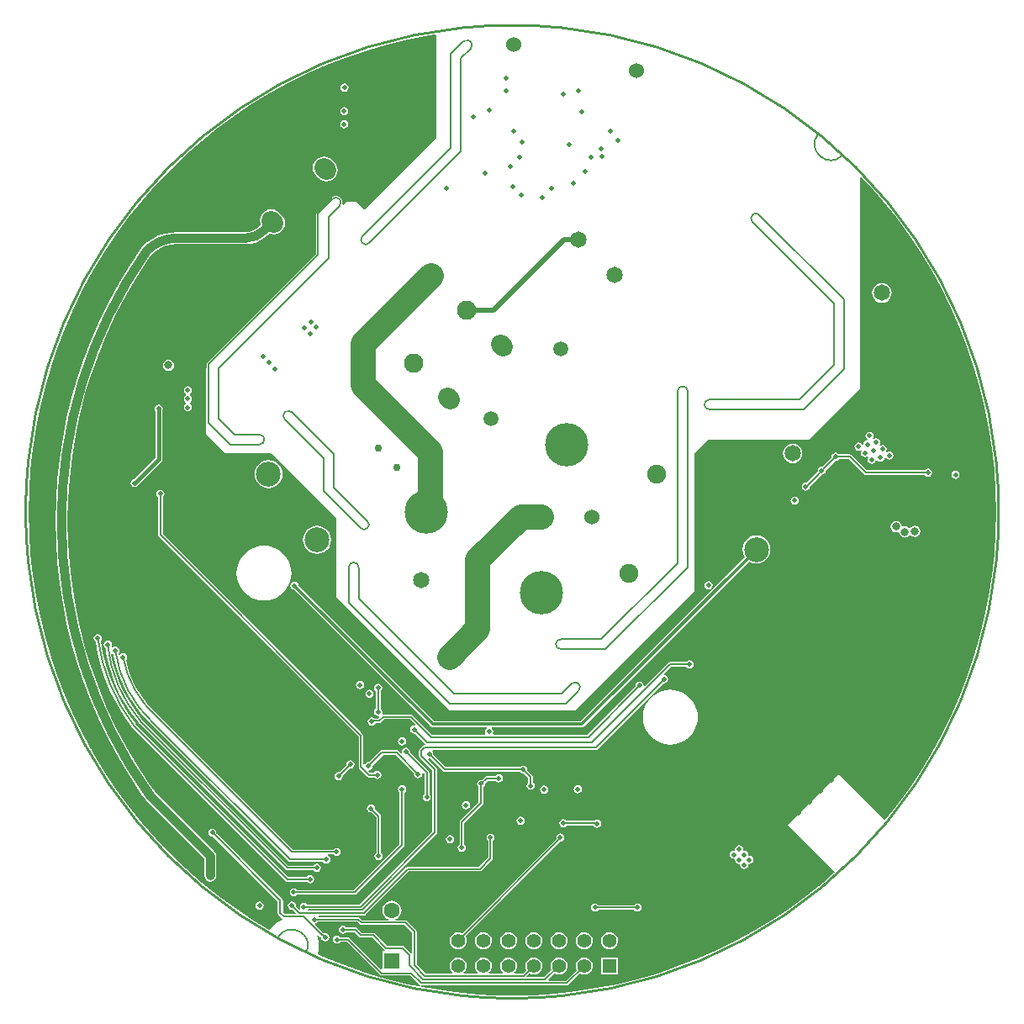
<source format=gbl>
G04*
G04 #@! TF.GenerationSoftware,Altium Limited,Altium Designer,20.1.14 (287)*
G04*
G04 Layer_Physical_Order=4*
G04 Layer_Color=16711680*
%FSLAX44Y44*%
%MOMM*%
G71*
G04*
G04 #@! TF.SameCoordinates,26D83F00-FBC8-424C-8E9F-EDBCECB59CF3*
G04*
G04*
G04 #@! TF.FilePolarity,Positive*
G04*
G01*
G75*
%ADD12C,0.2000*%
%ADD16C,0.2540*%
%ADD18C,0.3810*%
%ADD145C,0.2032*%
%ADD146C,0.3048*%
%ADD147C,0.1524*%
%ADD148C,0.1778*%
%ADD149C,2.5400*%
%ADD151C,0.5080*%
%ADD155C,0.8890*%
G04:AMPARAMS|DCode=156|XSize=2.3mm|YSize=1.95mm|CornerRadius=0mm|HoleSize=0mm|Usage=FLASHONLY|Rotation=315.000|XOffset=0mm|YOffset=0mm|HoleType=Round|Shape=Round|*
%AMOVALD156*
21,1,0.3500,1.9500,0.0000,0.0000,315.0*
1,1,1.9500,-0.1237,0.1237*
1,1,1.9500,0.1237,-0.1237*
%
%ADD156OVALD156*%

%ADD157C,1.9500*%
%ADD158C,1.5240*%
%ADD159C,1.6500*%
%ADD160C,1.4000*%
%ADD161R,1.4000X1.4000*%
%ADD162C,1.5000*%
%ADD163R,1.6000X1.6000*%
%ADD164C,1.6000*%
%ADD165C,1.9000*%
%ADD166C,4.3660*%
%ADD167C,2.5000*%
%ADD168C,0.5080*%
%ADD169C,0.8128*%
%ADD171C,0.7620*%
G36*
X-76435Y480075D02*
X-76435Y376955D01*
X-148590Y304800D01*
X-149860D01*
X-156972Y311912D01*
X-167386Y311912D01*
X-170171Y309127D01*
X-171162Y309711D01*
X-171276Y309818D01*
Y310106D01*
X-171150Y310409D01*
Y312399D01*
X-171276Y312702D01*
Y313030D01*
X-172037Y314867D01*
X-172269Y315100D01*
X-172395Y315403D01*
X-173801Y316809D01*
X-174104Y316935D01*
X-174336Y317167D01*
X-176174Y317928D01*
X-176502D01*
X-176805Y318054D01*
X-178795D01*
X-179098Y317928D01*
X-179426D01*
X-181264Y317167D01*
X-181496Y316935D01*
X-181799Y316809D01*
X-197000Y301607D01*
X-197484Y300441D01*
Y259681D01*
X-307076Y150089D01*
X-307560Y148922D01*
Y145830D01*
X-308610Y144780D01*
X-308610Y78486D01*
X-289052Y58928D01*
X-243078Y58928D01*
X-177800Y-6350D01*
X-177800Y-86106D01*
X-63500Y-200406D01*
X62992D01*
X183642Y-79756D01*
Y58928D01*
X197358Y72644D01*
X298704D01*
X350266Y124206D01*
Y336638D01*
X351536Y337148D01*
X359198Y329144D01*
X373213Y313163D01*
X386518Y296586D01*
X399087Y279444D01*
X410896Y261770D01*
X421923Y243598D01*
X432147Y224962D01*
X441549Y205898D01*
X450109Y186441D01*
X457813Y166630D01*
X464646Y146502D01*
X470594Y126095D01*
X475647Y105448D01*
X479793Y84600D01*
X483027Y63592D01*
X485341Y42462D01*
X486731Y21251D01*
X487195Y0D01*
X486731Y-21251D01*
X485341Y-42462D01*
X483027Y-63592D01*
X479793Y-84600D01*
X475647Y-105448D01*
X470594Y-126095D01*
X464646Y-146502D01*
X457813Y-166630D01*
X450109Y-186441D01*
X441549Y-205898D01*
X432147Y-224962D01*
X421923Y-243598D01*
X410896Y-261770D01*
X399087Y-279444D01*
X386518Y-296586D01*
X375465Y-310357D01*
X374197Y-310426D01*
X328440Y-264668D01*
X277528Y-315580D01*
X324226Y-362278D01*
X324184Y-363547D01*
X313163Y-373213D01*
X296586Y-386518D01*
X279444Y-399087D01*
X261770Y-410896D01*
X243598Y-421923D01*
X224962Y-432147D01*
X205898Y-441549D01*
X186441Y-450109D01*
X166630Y-457813D01*
X146502Y-464646D01*
X126095Y-470594D01*
X105448Y-475647D01*
X84600Y-479793D01*
X63592Y-483027D01*
X42462Y-485341D01*
X21251Y-486731D01*
X0Y-487195D01*
X-21251Y-486731D01*
X-42462Y-485341D01*
X-63592Y-483027D01*
X-84600Y-479793D01*
X-91974Y-478327D01*
X-91848Y-477057D01*
X54610D01*
X55502Y-476879D01*
X56258Y-476374D01*
X67943Y-464689D01*
X69911Y-465505D01*
X72136Y-465798D01*
X74361Y-465505D01*
X76435Y-464646D01*
X78215Y-463279D01*
X79582Y-461499D01*
X80441Y-459425D01*
X80733Y-457200D01*
X80441Y-454975D01*
X79582Y-452901D01*
X78215Y-451121D01*
X76435Y-449754D01*
X74361Y-448895D01*
X72136Y-448602D01*
X69911Y-448895D01*
X67837Y-449754D01*
X66057Y-451121D01*
X64690Y-452901D01*
X63831Y-454975D01*
X63538Y-457200D01*
X63831Y-459425D01*
X64647Y-461393D01*
X53645Y-472395D01*
X36496D01*
X36010Y-471222D01*
X42543Y-464689D01*
X44511Y-465505D01*
X46736Y-465798D01*
X48961Y-465505D01*
X51035Y-464646D01*
X52815Y-463279D01*
X54182Y-461499D01*
X55041Y-459425D01*
X55333Y-457200D01*
X55041Y-454975D01*
X54182Y-452901D01*
X52815Y-451121D01*
X51035Y-449754D01*
X48961Y-448895D01*
X46736Y-448602D01*
X44511Y-448895D01*
X42437Y-449754D01*
X40657Y-451121D01*
X39290Y-452901D01*
X38431Y-454975D01*
X38138Y-457200D01*
X38431Y-459425D01*
X39247Y-461393D01*
X31801Y-468839D01*
X14652D01*
X14166Y-467666D01*
X17143Y-464689D01*
X19111Y-465505D01*
X21336Y-465798D01*
X23561Y-465505D01*
X25635Y-464646D01*
X27415Y-463279D01*
X28782Y-461499D01*
X29641Y-459425D01*
X29934Y-457200D01*
X29641Y-454975D01*
X28782Y-452901D01*
X27415Y-451121D01*
X25635Y-449754D01*
X23561Y-448895D01*
X21336Y-448602D01*
X19111Y-448895D01*
X17037Y-449754D01*
X15257Y-451121D01*
X13890Y-452901D01*
X13031Y-454975D01*
X12738Y-457200D01*
X13031Y-459425D01*
X13847Y-461393D01*
X10211Y-465029D01*
X1821D01*
X1390Y-463759D01*
X2015Y-463279D01*
X3382Y-461499D01*
X4241Y-459425D01*
X4534Y-457200D01*
X4241Y-454975D01*
X3382Y-452901D01*
X2015Y-451121D01*
X235Y-449754D01*
X-1839Y-448895D01*
X-4064Y-448602D01*
X-6289Y-448895D01*
X-8363Y-449754D01*
X-10143Y-451121D01*
X-11510Y-452901D01*
X-12369Y-454975D01*
X-12661Y-457200D01*
X-12369Y-459425D01*
X-11510Y-461499D01*
X-10143Y-463279D01*
X-9518Y-463759D01*
X-9949Y-465029D01*
X-23579D01*
X-24010Y-463759D01*
X-23385Y-463279D01*
X-22018Y-461499D01*
X-21159Y-459425D01*
X-20866Y-457200D01*
X-21159Y-454975D01*
X-22018Y-452901D01*
X-23385Y-451121D01*
X-25165Y-449754D01*
X-27239Y-448895D01*
X-29464Y-448602D01*
X-31689Y-448895D01*
X-33763Y-449754D01*
X-35543Y-451121D01*
X-36910Y-452901D01*
X-37769Y-454975D01*
X-38061Y-457200D01*
X-37769Y-459425D01*
X-36910Y-461499D01*
X-35543Y-463279D01*
X-34918Y-463759D01*
X-35349Y-465029D01*
X-48979D01*
X-49410Y-463759D01*
X-48785Y-463279D01*
X-47418Y-461499D01*
X-46559Y-459425D01*
X-46266Y-457200D01*
X-46559Y-454975D01*
X-47418Y-452901D01*
X-48785Y-451121D01*
X-50565Y-449754D01*
X-52639Y-448895D01*
X-54864Y-448602D01*
X-57089Y-448895D01*
X-59163Y-449754D01*
X-60943Y-451121D01*
X-62310Y-452901D01*
X-63169Y-454975D01*
X-63461Y-457200D01*
X-63169Y-459425D01*
X-62310Y-461499D01*
X-60943Y-463279D01*
X-60318Y-463759D01*
X-60749Y-465029D01*
X-87173D01*
X-96475Y-455727D01*
Y-422656D01*
X-96653Y-421764D01*
X-97158Y-421008D01*
X-106048Y-412118D01*
X-106804Y-411613D01*
X-107696Y-411435D01*
X-117626D01*
X-117879Y-410165D01*
X-116609Y-409639D01*
X-114619Y-408113D01*
X-113093Y-406123D01*
X-112133Y-403806D01*
X-111806Y-401320D01*
X-112133Y-398834D01*
X-113093Y-396517D01*
X-114619Y-394527D01*
X-116609Y-393001D01*
X-118926Y-392041D01*
X-121412Y-391714D01*
X-123898Y-392041D01*
X-126215Y-393001D01*
X-128205Y-394527D01*
X-129731Y-396517D01*
X-130691Y-398834D01*
X-131018Y-401320D01*
X-130691Y-403806D01*
X-129731Y-406123D01*
X-128205Y-408113D01*
X-126215Y-409639D01*
X-124945Y-410165D01*
X-125198Y-411435D01*
X-150927D01*
X-153546Y-408816D01*
X-154302Y-408311D01*
X-155194Y-408133D01*
X-195174D01*
X-195526Y-407715D01*
X-194954Y-406487D01*
X-194894Y-406445D01*
X-149860D01*
X-148968Y-406267D01*
X-148212Y-405762D01*
X-104445Y-361995D01*
X-33025D01*
X-32133Y-361817D01*
X-31377Y-361312D01*
X-20450Y-350385D01*
X-19945Y-349629D01*
X-19767Y-348737D01*
Y-331244D01*
X-19168Y-330844D01*
X-18270Y-329500D01*
X-17954Y-327914D01*
X-18270Y-326328D01*
X-19168Y-324984D01*
X-20512Y-324086D01*
X-22098Y-323770D01*
X-23684Y-324086D01*
X-25028Y-324984D01*
X-25926Y-326328D01*
X-26242Y-327914D01*
X-25926Y-329500D01*
X-25028Y-330844D01*
X-24429Y-331244D01*
Y-347771D01*
X-33990Y-357333D01*
X-105410D01*
X-106302Y-357511D01*
X-107058Y-358016D01*
X-150825Y-401783D01*
X-205401D01*
X-205650Y-401559D01*
X-206064Y-400513D01*
X-205769Y-400224D01*
X-152908D01*
X-151966Y-400037D01*
X-151168Y-399504D01*
X-76492Y-324828D01*
X-75959Y-324030D01*
X-75772Y-323088D01*
Y-259334D01*
X-75959Y-258393D01*
X-76492Y-257594D01*
X-85054Y-249033D01*
X-84491Y-247981D01*
X-84013Y-247945D01*
X-83820Y-247984D01*
X-83393Y-247899D01*
X-83251Y-247888D01*
X-69812Y-261328D01*
X-69014Y-261861D01*
X-68072Y-262048D01*
X7848D01*
X7992Y-262264D01*
X9336Y-263162D01*
X10922Y-263478D01*
X11476Y-263367D01*
X15877Y-267768D01*
Y-272600D01*
X15407Y-272914D01*
X14509Y-274258D01*
X14194Y-275844D01*
X14509Y-277430D01*
X15407Y-278774D01*
X16752Y-279672D01*
X18337Y-279988D01*
X19923Y-279672D01*
X21267Y-278774D01*
X22166Y-277430D01*
X22481Y-275844D01*
X22166Y-274258D01*
X21267Y-272914D01*
X20798Y-272600D01*
Y-266749D01*
X20610Y-265808D01*
X20077Y-265010D01*
X14955Y-259888D01*
X15066Y-259334D01*
X14750Y-257748D01*
X13852Y-256404D01*
X12508Y-255506D01*
X10922Y-255190D01*
X9336Y-255506D01*
X7992Y-256404D01*
X7508Y-257128D01*
X-67053D01*
X-79787Y-244394D01*
X-79676Y-243840D01*
X-79992Y-242254D01*
X-80852Y-240966D01*
X-80787Y-240643D01*
X-80421Y-239696D01*
X84074D01*
X85015Y-239509D01*
X85814Y-238976D01*
X152100Y-172689D01*
X152654Y-172800D01*
X154240Y-172484D01*
X155584Y-171586D01*
X156482Y-170242D01*
X156798Y-168656D01*
X156482Y-167070D01*
X155584Y-165726D01*
X154240Y-164828D01*
X152942Y-164570D01*
X152523Y-163744D01*
X152442Y-163274D01*
X159715Y-156001D01*
X174978D01*
X175378Y-156600D01*
X176722Y-157498D01*
X178308Y-157814D01*
X179894Y-157498D01*
X181238Y-156600D01*
X182136Y-155256D01*
X182452Y-153670D01*
X182136Y-152084D01*
X181238Y-150740D01*
X179894Y-149842D01*
X178308Y-149526D01*
X176722Y-149842D01*
X175378Y-150740D01*
X174978Y-151339D01*
X158750D01*
X157858Y-151517D01*
X157102Y-152022D01*
X133290Y-175834D01*
X132119Y-175208D01*
X132160Y-175006D01*
X131844Y-173420D01*
X130946Y-172076D01*
X129602Y-171178D01*
X128016Y-170862D01*
X126430Y-171178D01*
X125086Y-172076D01*
X124188Y-173420D01*
X123872Y-175006D01*
X124013Y-175713D01*
X75234Y-224491D01*
X-19039D01*
X-19718Y-223221D01*
X-19620Y-223074D01*
X-19304Y-221488D01*
X-19620Y-219902D01*
X-20518Y-218558D01*
X-20985Y-218246D01*
X-20600Y-216976D01*
X69832D01*
X71021Y-216739D01*
X72030Y-216066D01*
X238185Y-49910D01*
X238627Y-50250D01*
X242039Y-51663D01*
X245700Y-52145D01*
X249361Y-51663D01*
X252773Y-50250D01*
X255702Y-48002D01*
X257950Y-45072D01*
X259363Y-41661D01*
X259845Y-38000D01*
X259363Y-34339D01*
X257950Y-30928D01*
X255702Y-27998D01*
X252773Y-25750D01*
X249361Y-24337D01*
X245700Y-23855D01*
X242039Y-24337D01*
X238627Y-25750D01*
X235698Y-27998D01*
X233450Y-30928D01*
X232037Y-34339D01*
X231555Y-38000D01*
X232037Y-41661D01*
X233450Y-45072D01*
X233790Y-45515D01*
X68545Y-210760D01*
X-78723D01*
X-215375Y-74108D01*
X-215628Y-72836D01*
X-216526Y-71492D01*
X-217870Y-70594D01*
X-219456Y-70278D01*
X-221042Y-70594D01*
X-222386Y-71492D01*
X-223284Y-72836D01*
X-223600Y-74422D01*
X-223284Y-76008D01*
X-222386Y-77352D01*
X-221042Y-78250D01*
X-219770Y-78503D01*
X-82207Y-216066D01*
X-81199Y-216739D01*
X-80010Y-216976D01*
X-26296D01*
X-25911Y-218246D01*
X-26378Y-218558D01*
X-27276Y-219902D01*
X-27592Y-221488D01*
X-27276Y-223074D01*
X-27178Y-223221D01*
X-27857Y-224491D01*
X-80822D01*
X-100460Y-204854D01*
X-101216Y-204349D01*
X-102108Y-204171D01*
X-130302D01*
X-130392Y-204189D01*
X-130829Y-203743D01*
X-131261Y-203067D01*
X-130984Y-201676D01*
X-131300Y-200090D01*
X-132198Y-198746D01*
X-132668Y-198432D01*
Y-180532D01*
X-132203Y-180222D01*
X-131305Y-178878D01*
X-130990Y-177292D01*
X-131305Y-175706D01*
X-132203Y-174362D01*
X-133548Y-173464D01*
X-135133Y-173148D01*
X-136719Y-173464D01*
X-138063Y-174362D01*
X-138962Y-175706D01*
X-139277Y-177292D01*
X-138962Y-178878D01*
X-138063Y-180222D01*
X-137588Y-180539D01*
Y-198432D01*
X-138058Y-198746D01*
X-138956Y-200090D01*
X-139272Y-201676D01*
X-138956Y-203262D01*
X-138058Y-204606D01*
X-136714Y-205504D01*
X-135128Y-205820D01*
X-134609Y-205716D01*
X-133983Y-206887D01*
X-135232Y-208136D01*
X-138823D01*
X-140046Y-207319D01*
X-141631Y-207004D01*
X-143217Y-207319D01*
X-144561Y-208217D01*
X-145460Y-209562D01*
X-145775Y-211147D01*
X-145460Y-212733D01*
X-144561Y-214077D01*
X-143217Y-214976D01*
X-141631Y-215291D01*
X-140046Y-214976D01*
X-138701Y-214077D01*
X-137846Y-212798D01*
X-134267D01*
X-133375Y-212620D01*
X-132619Y-212115D01*
X-129337Y-208833D01*
X-103073D01*
X-97661Y-214245D01*
X-98287Y-215416D01*
X-98806Y-215312D01*
X-100392Y-215628D01*
X-101736Y-216526D01*
X-102634Y-217870D01*
X-102950Y-219456D01*
X-102634Y-221042D01*
X-101736Y-222386D01*
X-100392Y-223284D01*
X-98806Y-223600D01*
X-98099Y-223459D01*
X-88053Y-233506D01*
X-88354Y-234476D01*
X-88557Y-234797D01*
X-89389Y-234963D01*
X-90187Y-235496D01*
X-93434Y-238743D01*
X-93967Y-239541D01*
X-94154Y-240483D01*
Y-245872D01*
X-93967Y-246814D01*
X-93434Y-247612D01*
X-80692Y-260353D01*
Y-322069D01*
X-153927Y-395304D01*
X-206814D01*
X-207128Y-394834D01*
X-208472Y-393936D01*
X-210058Y-393620D01*
X-211644Y-393936D01*
X-212988Y-394834D01*
X-213886Y-396178D01*
X-214202Y-397764D01*
X-213886Y-399350D01*
X-213729Y-399585D01*
X-214192Y-401050D01*
X-214248Y-401094D01*
X-214673Y-401030D01*
X-218247Y-397456D01*
X-218106Y-396749D01*
X-218422Y-395163D01*
X-219320Y-393819D01*
X-220664Y-392920D01*
X-222250Y-392605D01*
X-223836Y-392920D01*
X-225180Y-393819D01*
X-226078Y-395163D01*
X-226394Y-396749D01*
X-226078Y-398334D01*
X-225180Y-399679D01*
X-223836Y-400577D01*
X-222250Y-400892D01*
X-221543Y-400752D01*
X-218274Y-404021D01*
X-218761Y-405194D01*
X-228899D01*
X-231160Y-402932D01*
Y-391308D01*
X-231357Y-390317D01*
X-231919Y-389477D01*
X-298160Y-323235D01*
X-298080Y-322834D01*
X-298396Y-321248D01*
X-299294Y-319904D01*
X-300638Y-319006D01*
X-302224Y-318690D01*
X-303810Y-319006D01*
X-305154Y-319904D01*
X-306052Y-321248D01*
X-306367Y-322834D01*
X-306052Y-324420D01*
X-305154Y-325764D01*
X-303810Y-326662D01*
X-302224Y-326978D01*
X-301823Y-326898D01*
X-236340Y-392380D01*
Y-404005D01*
X-236143Y-404996D01*
X-235581Y-405836D01*
X-231803Y-409615D01*
X-231990Y-411017D01*
X-235038Y-412280D01*
X-238732Y-414544D01*
X-242027Y-417357D01*
X-244840Y-420652D01*
X-245071Y-421029D01*
X-261770Y-410896D01*
X-279444Y-399087D01*
X-296586Y-386518D01*
X-313163Y-373213D01*
X-329144Y-359198D01*
X-344499Y-344499D01*
X-359198Y-329144D01*
X-373213Y-313163D01*
X-386518Y-296586D01*
X-399087Y-279444D01*
X-410896Y-261770D01*
X-421923Y-243598D01*
X-432147Y-224962D01*
X-441549Y-205898D01*
X-450109Y-186441D01*
X-457813Y-166630D01*
X-464646Y-146502D01*
X-470594Y-126095D01*
X-475647Y-105448D01*
X-479793Y-84600D01*
X-483027Y-63592D01*
X-485341Y-42462D01*
X-486731Y-21251D01*
X-487195Y0D01*
X-486731Y21251D01*
X-485341Y42462D01*
X-483027Y63592D01*
X-479793Y84600D01*
X-475647Y105448D01*
X-470594Y126095D01*
X-464646Y146502D01*
X-457813Y166630D01*
X-450109Y186441D01*
X-441549Y205898D01*
X-432147Y224962D01*
X-421923Y243598D01*
X-410896Y261770D01*
X-399087Y279444D01*
X-386518Y296586D01*
X-373213Y313163D01*
X-359198Y329144D01*
X-344499Y344499D01*
X-329144Y359198D01*
X-313163Y373213D01*
X-296586Y386518D01*
X-279444Y399087D01*
X-261770Y410896D01*
X-243598Y421923D01*
X-224962Y432147D01*
X-205898Y441549D01*
X-186441Y450109D01*
X-166630Y457813D01*
X-146502Y464646D01*
X-126095Y470594D01*
X-105448Y475647D01*
X-84600Y479793D01*
X-77399Y480902D01*
X-76435Y480075D01*
D02*
G37*
G36*
X-153540Y-415414D02*
X-152784Y-415919D01*
X-151892Y-416097D01*
X-108661D01*
X-101137Y-423621D01*
Y-444118D01*
X-102407Y-444503D01*
X-102492Y-444376D01*
X-109096Y-437772D01*
X-109852Y-437267D01*
X-110744Y-437089D01*
X-126289D01*
X-138560Y-424818D01*
X-139316Y-424313D01*
X-140208Y-424135D01*
X-151689D01*
X-156594Y-419230D01*
X-157350Y-418725D01*
X-158242Y-418547D01*
X-167351D01*
X-167752Y-417948D01*
X-169096Y-417050D01*
X-170681Y-416734D01*
X-172267Y-417050D01*
X-173612Y-417948D01*
X-174510Y-419292D01*
X-174825Y-420878D01*
X-174510Y-422464D01*
X-173612Y-423808D01*
X-172267Y-424706D01*
X-170681Y-425022D01*
X-169096Y-424706D01*
X-167752Y-423808D01*
X-167351Y-423209D01*
X-159207D01*
X-154302Y-428114D01*
X-153546Y-428619D01*
X-152654Y-428797D01*
X-141173D01*
X-128902Y-441068D01*
X-128516Y-441326D01*
X-128901Y-442596D01*
X-130936D01*
Y-460364D01*
X-132206Y-460890D01*
X-163960Y-429136D01*
X-164716Y-428631D01*
X-165608Y-428453D01*
X-173454D01*
X-173854Y-427854D01*
X-175198Y-426956D01*
X-176784Y-426640D01*
X-178370Y-426956D01*
X-179714Y-427854D01*
X-180612Y-429198D01*
X-180928Y-430784D01*
X-180612Y-432370D01*
X-179714Y-433714D01*
X-178370Y-434612D01*
X-176784Y-434928D01*
X-175198Y-434612D01*
X-173854Y-433714D01*
X-173454Y-433115D01*
X-166573D01*
X-133220Y-466468D01*
X-132464Y-466973D01*
X-131572Y-467151D01*
X-103073D01*
X-93850Y-476374D01*
X-93094Y-476879D01*
X-93492Y-478025D01*
X-105448Y-475647D01*
X-126095Y-470594D01*
X-146502Y-464646D01*
X-166630Y-457813D01*
X-186441Y-450109D01*
X-196381Y-445736D01*
X-196246Y-445412D01*
X-195235Y-441199D01*
X-194895Y-436880D01*
X-195235Y-432561D01*
X-196246Y-428348D01*
X-196743Y-427149D01*
X-195666Y-426430D01*
X-193799Y-428297D01*
X-192959Y-428859D01*
X-192523Y-428945D01*
X-192296Y-430084D01*
X-191398Y-431428D01*
X-190054Y-432326D01*
X-188468Y-432642D01*
X-186882Y-432326D01*
X-185538Y-431428D01*
X-184640Y-430084D01*
X-184324Y-428498D01*
X-184640Y-426912D01*
X-185538Y-425568D01*
X-186882Y-424670D01*
X-188468Y-424354D01*
X-189582Y-424576D01*
X-190334Y-424073D01*
X-190788Y-423983D01*
X-198955Y-415816D01*
X-198537Y-414438D01*
X-197804Y-414292D01*
X-196460Y-413394D01*
X-196060Y-412795D01*
X-156159D01*
X-153540Y-415414D01*
D02*
G37*
%LPC*%
G36*
X-169164Y431372D02*
X-170750Y431056D01*
X-172094Y430158D01*
X-172992Y428814D01*
X-173308Y427228D01*
X-172992Y425642D01*
X-172094Y424298D01*
X-170750Y423400D01*
X-169164Y423084D01*
X-167578Y423400D01*
X-166234Y424298D01*
X-165336Y425642D01*
X-165020Y427228D01*
X-165336Y428814D01*
X-166234Y430158D01*
X-167578Y431056D01*
X-169164Y431372D01*
D02*
G37*
G36*
X-169418Y407496D02*
X-171004Y407180D01*
X-172348Y406282D01*
X-173246Y404938D01*
X-173562Y403352D01*
X-173246Y401766D01*
X-172348Y400422D01*
X-171004Y399524D01*
X-169418Y399208D01*
X-167832Y399524D01*
X-166488Y400422D01*
X-165590Y401766D01*
X-165274Y403352D01*
X-165590Y404938D01*
X-166488Y406282D01*
X-167832Y407180D01*
X-169418Y407496D01*
D02*
G37*
G36*
Y394542D02*
X-171004Y394226D01*
X-172348Y393328D01*
X-173246Y391984D01*
X-173562Y390398D01*
X-173246Y388812D01*
X-172348Y387468D01*
X-171004Y386570D01*
X-169418Y386254D01*
X-167832Y386570D01*
X-166488Y387468D01*
X-165590Y388812D01*
X-165274Y390398D01*
X-165590Y391984D01*
X-166488Y393328D01*
X-167832Y394226D01*
X-169418Y394542D01*
D02*
G37*
G36*
X-189822Y357795D02*
X-192765Y357407D01*
X-195508Y356271D01*
X-197863Y354464D01*
X-199670Y352109D01*
X-200806Y349366D01*
X-201194Y346423D01*
X-200806Y343480D01*
X-199670Y340738D01*
X-197863Y338383D01*
X-195388Y335908D01*
X-193033Y334101D01*
X-190290Y332965D01*
X-187347Y332577D01*
X-184404Y332965D01*
X-181662Y334101D01*
X-179307Y335908D01*
X-177500Y338263D01*
X-176364Y341006D01*
X-175976Y343949D01*
X-176364Y346892D01*
X-177500Y349634D01*
X-179307Y351989D01*
X-181782Y354464D01*
X-184137Y356271D01*
X-186879Y357407D01*
X-189822Y357795D01*
D02*
G37*
G36*
X-242855Y304762D02*
X-245798Y304374D01*
X-248541Y303238D01*
X-250896Y301431D01*
X-252703Y299076D01*
X-253839Y296334D01*
X-254226Y293390D01*
X-253839Y290447D01*
X-253280Y289098D01*
X-255033Y287345D01*
X-255191Y287107D01*
X-257913Y284874D01*
X-261267Y283081D01*
X-264906Y281977D01*
X-268410Y281632D01*
X-268690Y281688D01*
X-337613D01*
X-337695Y281672D01*
X-344070Y281254D01*
X-350417Y279991D01*
X-356544Y277911D01*
X-362348Y275049D01*
X-367729Y271454D01*
X-372594Y267187D01*
X-372602Y267195D01*
X-373546Y265782D01*
X-373585Y265774D01*
X-373585D01*
X-385119Y248512D01*
X-395976Y230620D01*
X-406043Y212271D01*
X-415299Y193501D01*
X-423728Y174345D01*
X-431313Y154839D01*
X-438040Y135022D01*
X-443897Y114929D01*
X-448871Y94601D01*
X-452954Y74074D01*
X-456138Y53389D01*
X-458416Y32585D01*
X-459785Y11702D01*
X-460242Y-9222D01*
X-459785Y-30145D01*
X-458416Y-51029D01*
X-456138Y-71833D01*
X-452954Y-92518D01*
X-448871Y-113044D01*
X-443897Y-133373D01*
X-438040Y-153465D01*
X-431313Y-173283D01*
X-423728Y-192789D01*
X-415299Y-211945D01*
X-406043Y-230715D01*
X-395976Y-249063D01*
X-385119Y-266956D01*
X-373492Y-284357D01*
X-370027Y-289083D01*
X-370027Y-289083D01*
X-369466Y-289889D01*
X-369465Y-289890D01*
X-369465Y-289890D01*
X-369465Y-289890D01*
X-310360Y-348995D01*
Y-366286D01*
X-309897Y-368615D01*
X-308577Y-370589D01*
X-306603Y-371909D01*
X-304274Y-372372D01*
X-301945Y-371909D01*
X-299970Y-370589D01*
X-298651Y-368615D01*
X-298188Y-366286D01*
Y-346474D01*
X-298188Y-346474D01*
X-298651Y-344145D01*
X-299970Y-342171D01*
X-360466Y-281675D01*
X-366351Y-273496D01*
X-378144Y-255397D01*
X-389089Y-236772D01*
X-399162Y-217662D01*
X-408342Y-198107D01*
X-416609Y-178149D01*
X-423946Y-157830D01*
X-430336Y-137195D01*
X-435766Y-116286D01*
X-440225Y-95148D01*
X-443703Y-73828D01*
X-446192Y-52369D01*
X-447688Y-30819D01*
X-448187Y-9222D01*
X-447688Y12375D01*
X-446192Y33925D01*
X-443703Y55384D01*
X-440225Y76705D01*
X-435766Y97842D01*
X-430336Y118751D01*
X-423946Y139387D01*
X-416609Y159705D01*
X-408342Y179663D01*
X-399162Y199218D01*
X-389089Y218328D01*
X-378144Y236953D01*
X-366351Y255052D01*
X-363642Y258818D01*
D01*
X-362828Y259723D01*
X-359605Y262476D01*
X-354599Y265543D01*
X-349175Y267790D01*
X-343466Y269161D01*
X-337992Y269592D01*
X-337613Y269516D01*
X-268690D01*
X-268524Y269549D01*
X-263768Y269923D01*
X-258966Y271076D01*
X-254405Y272966D01*
X-250195Y275545D01*
X-246567Y278644D01*
X-246426Y278738D01*
X-244673Y280491D01*
X-243323Y279932D01*
X-240380Y279544D01*
X-237437Y279932D01*
X-234695Y281068D01*
X-232340Y282875D01*
X-230532Y285230D01*
X-229396Y287973D01*
X-229009Y290916D01*
X-229396Y293859D01*
X-230532Y296601D01*
X-232340Y298956D01*
X-234814Y301431D01*
X-237170Y303238D01*
X-239912Y304374D01*
X-242855Y304762D01*
D02*
G37*
G36*
X371940Y230240D02*
X369388Y229904D01*
X367011Y228919D01*
X364969Y227353D01*
X363402Y225311D01*
X362417Y222933D01*
X362081Y220382D01*
X362417Y217830D01*
X363402Y215453D01*
X364969Y213411D01*
X367011Y211844D01*
X369388Y210859D01*
X371940Y210523D01*
X374491Y210859D01*
X376869Y211844D01*
X378911Y213411D01*
X380477Y215453D01*
X381462Y217830D01*
X381798Y220382D01*
X381462Y222933D01*
X380477Y225311D01*
X378911Y227353D01*
X376869Y228919D01*
X374491Y229904D01*
X371940Y230240D01*
D02*
G37*
G36*
X-346456Y153390D02*
X-348636Y152956D01*
X-350485Y151721D01*
X-351720Y149872D01*
X-352154Y147692D01*
X-351720Y145512D01*
X-350485Y143663D01*
X-348636Y142428D01*
X-346456Y141994D01*
X-344276Y142428D01*
X-342427Y143663D01*
X-341192Y145512D01*
X-340759Y147692D01*
X-341192Y149872D01*
X-342427Y151721D01*
X-344276Y152956D01*
X-346456Y153390D01*
D02*
G37*
G36*
X-326898Y126542D02*
X-328484Y126226D01*
X-329828Y125328D01*
X-330726Y123984D01*
X-331042Y122398D01*
X-330726Y120812D01*
X-329828Y119468D01*
X-328818Y118793D01*
X-328751Y118555D01*
Y117620D01*
X-328818Y117382D01*
X-329828Y116707D01*
X-330726Y115363D01*
X-331042Y113777D01*
X-330726Y112191D01*
X-329828Y110847D01*
X-328818Y110172D01*
X-328751Y109934D01*
Y108999D01*
X-328818Y108761D01*
X-329828Y108086D01*
X-330726Y106742D01*
X-331042Y105156D01*
X-330726Y103570D01*
X-329828Y102226D01*
X-328484Y101328D01*
X-326898Y101012D01*
X-325312Y101328D01*
X-323968Y102226D01*
X-323070Y103570D01*
X-322754Y105156D01*
X-323070Y106742D01*
X-323968Y108086D01*
X-324978Y108761D01*
X-325045Y108999D01*
Y109934D01*
X-324978Y110172D01*
X-323968Y110847D01*
X-323070Y112191D01*
X-322754Y113777D01*
X-323070Y115363D01*
X-323968Y116707D01*
X-324978Y117382D01*
X-325045Y117620D01*
Y118555D01*
X-324978Y118793D01*
X-323968Y119468D01*
X-323070Y120812D01*
X-322754Y122398D01*
X-323070Y123984D01*
X-323968Y125328D01*
X-325312Y126226D01*
X-326898Y126542D01*
D02*
G37*
G36*
X359664Y80598D02*
X358078Y80282D01*
X356734Y79384D01*
X355836Y78040D01*
X355520Y76454D01*
X355836Y74868D01*
X356734Y73524D01*
X357346Y73115D01*
X356979Y71833D01*
X355792Y71597D01*
X354448Y70699D01*
X353550Y69355D01*
X353298Y68090D01*
X352238Y67719D01*
X352026Y67708D01*
X351418Y68618D01*
X350074Y69516D01*
X348488Y69832D01*
X346902Y69516D01*
X345558Y68618D01*
X344660Y67274D01*
X344344Y65688D01*
X344660Y64102D01*
X345558Y62758D01*
X346902Y61860D01*
X348488Y61544D01*
X350074Y61860D01*
X350862Y62386D01*
X350901Y62412D01*
X351816Y61497D01*
X351790Y61458D01*
X351264Y60670D01*
X350948Y59084D01*
X351264Y57498D01*
X352162Y56154D01*
X353506Y55256D01*
X355092Y54940D01*
X356678Y55256D01*
X357466Y55782D01*
X357505Y55808D01*
X358420Y54893D01*
X358394Y54854D01*
X357868Y54066D01*
X357552Y52480D01*
X357868Y50894D01*
X358766Y49550D01*
X360110Y48652D01*
X361696Y48336D01*
X363282Y48652D01*
X364626Y49550D01*
X365524Y50894D01*
X365776Y52159D01*
X366836Y52530D01*
X367048Y52541D01*
X367656Y51631D01*
X369000Y50733D01*
X370586Y50417D01*
X372172Y50733D01*
X373516Y51631D01*
X374414Y52975D01*
X374666Y54240D01*
X375726Y54611D01*
X375938Y54622D01*
X376546Y53712D01*
X377890Y52814D01*
X379476Y52498D01*
X381062Y52814D01*
X382406Y53712D01*
X383304Y55056D01*
X383620Y56642D01*
X383304Y58228D01*
X382406Y59572D01*
X381062Y60470D01*
X379476Y60786D01*
X377890Y60470D01*
X377102Y59944D01*
X377063Y59918D01*
X376148Y60833D01*
X376174Y60872D01*
X376700Y61660D01*
X377016Y63246D01*
X376700Y64832D01*
X375802Y66176D01*
X374458Y67074D01*
X372872Y67390D01*
X371286Y67074D01*
X370498Y66548D01*
X370459Y66522D01*
X369544Y67437D01*
X369570Y67476D01*
X370096Y68264D01*
X370412Y69850D01*
X370096Y71436D01*
X369198Y72780D01*
X367854Y73678D01*
X366268Y73994D01*
X364682Y73678D01*
X363894Y73152D01*
X363855Y73126D01*
X362940Y74041D01*
X362966Y74080D01*
X363492Y74868D01*
X363808Y76454D01*
X363492Y78040D01*
X362594Y79384D01*
X361250Y80282D01*
X359664Y80598D01*
D02*
G37*
G36*
X282137Y68595D02*
X279586Y68260D01*
X277208Y67275D01*
X275166Y65708D01*
X273600Y63666D01*
X272615Y61289D01*
X272279Y58737D01*
X272615Y56186D01*
X273600Y53808D01*
X275166Y51766D01*
X277208Y50200D01*
X279586Y49215D01*
X282137Y48879D01*
X284689Y49215D01*
X287066Y50200D01*
X289108Y51766D01*
X290675Y53808D01*
X291660Y56186D01*
X291996Y58737D01*
X291660Y61289D01*
X290675Y63666D01*
X289108Y65708D01*
X287066Y67275D01*
X284689Y68260D01*
X282137Y68595D01*
D02*
G37*
G36*
X325488Y59516D02*
X323902Y59200D01*
X322557Y58302D01*
X321659Y56958D01*
X321344Y55372D01*
X321447Y54854D01*
X312033Y45439D01*
X311499Y45546D01*
X309913Y45230D01*
X308569Y44332D01*
X307670Y42988D01*
X307355Y41402D01*
X307461Y40868D01*
X296015Y29422D01*
X295402Y29544D01*
X293816Y29228D01*
X292472Y28330D01*
X291574Y26986D01*
X291258Y25400D01*
X291574Y23814D01*
X292472Y22470D01*
X293816Y21572D01*
X295402Y21256D01*
X296988Y21572D01*
X298332Y22470D01*
X299230Y23814D01*
X299546Y25400D01*
X299508Y25589D01*
X311230Y37312D01*
X311499Y37258D01*
X313084Y37574D01*
X314429Y38472D01*
X315327Y39816D01*
X315642Y41402D01*
X315589Y41670D01*
X325203Y51285D01*
X325488Y51228D01*
X327073Y51544D01*
X328418Y52442D01*
X328645Y52782D01*
X339033D01*
X354156Y37659D01*
X354996Y37098D01*
X355987Y36901D01*
X415343D01*
X415570Y36561D01*
X416915Y35663D01*
X418501Y35347D01*
X420086Y35663D01*
X421431Y36561D01*
X422329Y37905D01*
X422644Y39491D01*
X422329Y41076D01*
X421431Y42421D01*
X420086Y43319D01*
X418501Y43634D01*
X416915Y43319D01*
X415570Y42421D01*
X415343Y42080D01*
X357060D01*
X341937Y57203D01*
X341097Y57765D01*
X340106Y57962D01*
X328645D01*
X328418Y58302D01*
X327073Y59200D01*
X325488Y59516D01*
D02*
G37*
G36*
X446160Y41479D02*
X444574Y41164D01*
X443230Y40265D01*
X442331Y38921D01*
X442016Y37335D01*
X442331Y35750D01*
X443230Y34405D01*
X444574Y33507D01*
X446160Y33192D01*
X447745Y33507D01*
X449090Y34405D01*
X449988Y35750D01*
X450303Y37335D01*
X449988Y38921D01*
X449090Y40265D01*
X447745Y41164D01*
X446160Y41479D01*
D02*
G37*
G36*
X-356108Y108030D02*
X-357694Y107714D01*
X-359038Y106816D01*
X-359936Y105472D01*
X-360252Y103886D01*
X-359936Y102300D01*
X-359604Y101803D01*
Y54629D01*
X-381332Y32901D01*
X-381918Y32784D01*
X-383263Y31886D01*
X-384161Y30542D01*
X-384476Y28956D01*
X-384161Y27370D01*
X-383263Y26026D01*
X-381918Y25128D01*
X-380333Y24812D01*
X-378747Y25128D01*
X-377403Y26026D01*
X-376505Y27370D01*
X-376388Y27956D01*
X-353636Y50708D01*
X-353636Y50708D01*
X-352878Y51843D01*
X-352612Y53181D01*
X-352612Y53181D01*
Y101803D01*
X-352280Y102300D01*
X-351964Y103886D01*
X-352280Y105472D01*
X-353178Y106816D01*
X-354522Y107714D01*
X-356108Y108030D01*
D02*
G37*
G36*
X-245700Y52145D02*
X-249361Y51663D01*
X-252773Y50250D01*
X-255702Y48002D01*
X-257950Y45072D01*
X-259363Y41661D01*
X-259845Y38000D01*
X-259363Y34339D01*
X-257950Y30928D01*
X-255702Y27998D01*
X-252773Y25750D01*
X-249361Y24337D01*
X-245700Y23855D01*
X-242039Y24337D01*
X-238627Y25750D01*
X-235698Y27998D01*
X-233450Y30928D01*
X-232037Y34339D01*
X-231555Y38000D01*
X-232037Y41661D01*
X-233450Y45072D01*
X-235698Y48002D01*
X-238627Y50250D01*
X-242039Y51663D01*
X-245700Y52145D01*
D02*
G37*
G36*
X284226Y15400D02*
X282640Y15084D01*
X281296Y14186D01*
X280398Y12842D01*
X280082Y11256D01*
X280398Y9670D01*
X281296Y8326D01*
X282640Y7428D01*
X284226Y7112D01*
X285812Y7428D01*
X287156Y8326D01*
X288054Y9670D01*
X288370Y11256D01*
X288054Y12842D01*
X287156Y14186D01*
X285812Y15084D01*
X284226Y15400D01*
D02*
G37*
G36*
X386416Y-9297D02*
X384235Y-9730D01*
X382387Y-10965D01*
X381152Y-12814D01*
X380718Y-14994D01*
X381152Y-17175D01*
X382387Y-19023D01*
X384235Y-20258D01*
X386416Y-20692D01*
X388294Y-20318D01*
X388610Y-20269D01*
X389643Y-21086D01*
X389888Y-22318D01*
X391123Y-24167D01*
X392971Y-25402D01*
X395152Y-25836D01*
X397332Y-25402D01*
X399180Y-24167D01*
X399666Y-23441D01*
X400936D01*
X401181Y-23808D01*
X403029Y-25043D01*
X405210Y-25477D01*
X407390Y-25043D01*
X409238Y-23808D01*
X410473Y-21959D01*
X410907Y-19779D01*
X410473Y-17599D01*
X409238Y-15750D01*
X407390Y-14515D01*
X405210Y-14081D01*
X403029Y-14515D01*
X401181Y-15750D01*
X400696Y-16477D01*
X399426D01*
X399180Y-16109D01*
X397332Y-14874D01*
X395152Y-14441D01*
X393274Y-14814D01*
X392957Y-14863D01*
X391925Y-14046D01*
X391679Y-12814D01*
X390444Y-10965D01*
X388596Y-9730D01*
X386416Y-9297D01*
D02*
G37*
G36*
X-196800Y-14155D02*
X-200461Y-14637D01*
X-203873Y-16050D01*
X-206802Y-18298D01*
X-209050Y-21228D01*
X-210463Y-24639D01*
X-210945Y-28300D01*
X-210463Y-31961D01*
X-209050Y-35373D01*
X-206802Y-38302D01*
X-203873Y-40550D01*
X-200461Y-41963D01*
X-196800Y-42445D01*
X-193139Y-41963D01*
X-189727Y-40550D01*
X-186798Y-38302D01*
X-184550Y-35373D01*
X-183137Y-31961D01*
X-182655Y-28300D01*
X-183137Y-24639D01*
X-184550Y-21228D01*
X-186798Y-18298D01*
X-189727Y-16050D01*
X-193139Y-14637D01*
X-196800Y-14155D01*
D02*
G37*
G36*
X197358Y-70024D02*
X195772Y-70340D01*
X194428Y-71238D01*
X193530Y-72582D01*
X193214Y-74168D01*
X193530Y-75754D01*
X194428Y-77098D01*
X195772Y-77996D01*
X197358Y-78312D01*
X198944Y-77996D01*
X200288Y-77098D01*
X201186Y-75754D01*
X201502Y-74168D01*
X201186Y-72582D01*
X200288Y-71238D01*
X198944Y-70340D01*
X197358Y-70024D01*
D02*
G37*
G36*
X-250190Y-34113D02*
X-254509Y-34453D01*
X-258722Y-35464D01*
X-262724Y-37122D01*
X-266418Y-39386D01*
X-269713Y-42199D01*
X-272526Y-45494D01*
X-274790Y-49188D01*
X-276448Y-53190D01*
X-277459Y-57403D01*
X-277799Y-61722D01*
X-277459Y-66041D01*
X-276448Y-70254D01*
X-274790Y-74256D01*
X-272526Y-77950D01*
X-269713Y-81245D01*
X-266418Y-84058D01*
X-262724Y-86322D01*
X-258722Y-87980D01*
X-254509Y-88991D01*
X-250190Y-89331D01*
X-245871Y-88991D01*
X-241658Y-87980D01*
X-237656Y-86322D01*
X-233962Y-84058D01*
X-230667Y-81245D01*
X-227854Y-77950D01*
X-225590Y-74256D01*
X-223932Y-70254D01*
X-222921Y-66041D01*
X-222581Y-61722D01*
X-222921Y-57403D01*
X-223932Y-53190D01*
X-225590Y-49188D01*
X-227854Y-45494D01*
X-230667Y-42199D01*
X-233962Y-39386D01*
X-237656Y-37122D01*
X-241658Y-35464D01*
X-245871Y-34453D01*
X-250190Y-34113D01*
D02*
G37*
G36*
X-153613Y-170452D02*
X-155199Y-170767D01*
X-156543Y-171666D01*
X-157442Y-173010D01*
X-157757Y-174596D01*
X-157442Y-176181D01*
X-156543Y-177526D01*
X-155199Y-178424D01*
X-153613Y-178739D01*
X-152028Y-178424D01*
X-150683Y-177526D01*
X-149785Y-176181D01*
X-149470Y-174596D01*
X-149785Y-173010D01*
X-150683Y-171666D01*
X-152028Y-170767D01*
X-153613Y-170452D01*
D02*
G37*
G36*
X-144038Y-179109D02*
X-145624Y-179424D01*
X-146968Y-180322D01*
X-147867Y-181667D01*
X-148182Y-183252D01*
X-147867Y-184838D01*
X-146968Y-186182D01*
X-145624Y-187080D01*
X-144038Y-187396D01*
X-142453Y-187080D01*
X-141109Y-186182D01*
X-140210Y-184838D01*
X-139895Y-183252D01*
X-140210Y-181667D01*
X-141109Y-180322D01*
X-142453Y-179424D01*
X-144038Y-179109D01*
D02*
G37*
G36*
X159004Y-179147D02*
X154685Y-179487D01*
X150472Y-180498D01*
X146470Y-182156D01*
X142776Y-184420D01*
X139481Y-187233D01*
X136668Y-190528D01*
X134404Y-194222D01*
X132746Y-198224D01*
X131735Y-202437D01*
X131395Y-206756D01*
X131735Y-211075D01*
X132746Y-215288D01*
X134404Y-219290D01*
X136668Y-222984D01*
X139481Y-226279D01*
X142776Y-229092D01*
X146470Y-231356D01*
X150472Y-233014D01*
X154685Y-234025D01*
X159004Y-234365D01*
X163323Y-234025D01*
X167536Y-233014D01*
X171538Y-231356D01*
X175232Y-229092D01*
X178527Y-226279D01*
X181340Y-222984D01*
X183604Y-219290D01*
X185262Y-215288D01*
X186273Y-211075D01*
X186613Y-206756D01*
X186273Y-202437D01*
X185262Y-198224D01*
X183604Y-194222D01*
X181340Y-190528D01*
X178527Y-187233D01*
X175232Y-184420D01*
X171538Y-182156D01*
X167536Y-180498D01*
X163323Y-179487D01*
X159004Y-179147D01*
D02*
G37*
G36*
X-111252Y-226996D02*
X-112838Y-227312D01*
X-114182Y-228210D01*
X-115080Y-229554D01*
X-115396Y-231140D01*
X-115080Y-232726D01*
X-114182Y-234070D01*
X-112838Y-234968D01*
X-111252Y-235284D01*
X-109666Y-234968D01*
X-108322Y-234070D01*
X-107424Y-232726D01*
X-107108Y-231140D01*
X-107424Y-229554D01*
X-108322Y-228210D01*
X-109666Y-227312D01*
X-111252Y-226996D01*
D02*
G37*
G36*
X-163198Y-250110D02*
X-164784Y-250426D01*
X-166128Y-251324D01*
X-167026Y-252668D01*
X-167342Y-254254D01*
X-167201Y-254961D01*
X-174408Y-262167D01*
X-175006Y-262048D01*
X-176592Y-262364D01*
X-177936Y-263262D01*
X-178834Y-264606D01*
X-179150Y-266192D01*
X-178834Y-267778D01*
X-177936Y-269122D01*
X-176592Y-270020D01*
X-175006Y-270336D01*
X-173420Y-270020D01*
X-172076Y-269122D01*
X-171178Y-267778D01*
X-170862Y-266192D01*
X-171024Y-265377D01*
X-163905Y-258257D01*
X-163198Y-258398D01*
X-161612Y-258082D01*
X-160268Y-257184D01*
X-159370Y-255840D01*
X-159054Y-254254D01*
X-159370Y-252668D01*
X-160268Y-251324D01*
X-161612Y-250426D01*
X-163198Y-250110D01*
D02*
G37*
G36*
X-13716Y-264334D02*
X-15302Y-264650D01*
X-16646Y-265548D01*
X-17046Y-266147D01*
X-26162D01*
X-27054Y-266325D01*
X-27810Y-266830D01*
X-31043Y-270063D01*
X-31750Y-269922D01*
X-33336Y-270238D01*
X-34680Y-271136D01*
X-35578Y-272480D01*
X-35894Y-274066D01*
X-35578Y-275652D01*
X-34680Y-276996D01*
X-34081Y-277396D01*
Y-292151D01*
X-52702Y-310772D01*
X-53207Y-311528D01*
X-53385Y-312420D01*
Y-334744D01*
X-53984Y-335144D01*
X-54882Y-336488D01*
X-55198Y-338074D01*
X-54882Y-339660D01*
X-53984Y-341004D01*
X-52640Y-341902D01*
X-51054Y-342218D01*
X-49468Y-341902D01*
X-48124Y-341004D01*
X-47226Y-339660D01*
X-46910Y-338074D01*
X-47226Y-336488D01*
X-48124Y-335144D01*
X-48723Y-334744D01*
Y-313385D01*
X-30102Y-294764D01*
X-29597Y-294008D01*
X-29419Y-293116D01*
Y-277396D01*
X-28820Y-276996D01*
X-27922Y-275652D01*
X-27606Y-274066D01*
X-27747Y-273359D01*
X-25197Y-270809D01*
X-17046D01*
X-16646Y-271408D01*
X-15302Y-272306D01*
X-13716Y-272622D01*
X-12130Y-272306D01*
X-10786Y-271408D01*
X-9888Y-270064D01*
X-9572Y-268478D01*
X-9888Y-266892D01*
X-10786Y-265548D01*
X-12130Y-264650D01*
X-13716Y-264334D01*
D02*
G37*
G36*
X65706Y-275256D02*
X64120Y-275572D01*
X62776Y-276470D01*
X61878Y-277814D01*
X61562Y-279400D01*
X61878Y-280986D01*
X62776Y-282330D01*
X64120Y-283228D01*
X65706Y-283544D01*
X67292Y-283228D01*
X68636Y-282330D01*
X69534Y-280986D01*
X69850Y-279400D01*
X69534Y-277814D01*
X68636Y-276470D01*
X67292Y-275572D01*
X65706Y-275256D01*
D02*
G37*
G36*
X31924Y-275510D02*
X30338Y-275826D01*
X28994Y-276724D01*
X28096Y-278068D01*
X27780Y-279654D01*
X28096Y-281240D01*
X28994Y-282584D01*
X30338Y-283482D01*
X31924Y-283798D01*
X33510Y-283482D01*
X34854Y-282584D01*
X35752Y-281240D01*
X36068Y-279654D01*
X35752Y-278068D01*
X34854Y-276724D01*
X33510Y-275826D01*
X31924Y-275510D01*
D02*
G37*
G36*
X-354584Y22178D02*
X-356170Y21862D01*
X-357514Y20964D01*
X-358412Y19620D01*
X-358728Y18034D01*
X-358412Y16448D01*
X-357514Y15104D01*
X-356915Y14704D01*
Y-23368D01*
X-356737Y-24260D01*
X-356232Y-25016D01*
X-154985Y-226263D01*
Y-257048D01*
X-154807Y-257940D01*
X-154302Y-258696D01*
X-146321Y-266677D01*
X-145565Y-267182D01*
X-144673Y-267360D01*
X-139588D01*
X-139187Y-267959D01*
X-137843Y-268857D01*
X-136257Y-269173D01*
X-134672Y-268857D01*
X-133327Y-267959D01*
X-132429Y-266615D01*
X-132114Y-265029D01*
X-132429Y-263443D01*
X-133327Y-262099D01*
X-134672Y-261201D01*
X-136257Y-260885D01*
X-137843Y-261201D01*
X-139187Y-262099D01*
X-139588Y-262698D01*
X-143708D01*
X-144987Y-261418D01*
X-144565Y-260045D01*
X-143635Y-259860D01*
X-142291Y-258962D01*
X-141393Y-257618D01*
X-141077Y-256032D01*
X-141157Y-255631D01*
X-130432Y-244906D01*
X-117913D01*
X-99060Y-263759D01*
X-99140Y-264160D01*
X-98824Y-265746D01*
X-97926Y-267090D01*
X-96582Y-267988D01*
X-94996Y-268304D01*
X-93410Y-267988D01*
X-92066Y-267090D01*
X-91168Y-265746D01*
X-90852Y-264160D01*
X-90972Y-263559D01*
X-89802Y-262933D01*
X-88950Y-263785D01*
Y-284117D01*
X-89290Y-284344D01*
X-90188Y-285688D01*
X-90504Y-287274D01*
X-90188Y-288860D01*
X-89290Y-290204D01*
X-87946Y-291102D01*
X-86360Y-291418D01*
X-84774Y-291102D01*
X-83430Y-290204D01*
X-82532Y-288860D01*
X-82216Y-287274D01*
X-82532Y-285688D01*
X-83430Y-284344D01*
X-83770Y-284117D01*
Y-262712D01*
X-83967Y-261721D01*
X-84529Y-260881D01*
X-103201Y-242209D01*
X-103121Y-241808D01*
X-103436Y-240222D01*
X-104334Y-238878D01*
X-105679Y-237980D01*
X-107264Y-237664D01*
X-108850Y-237980D01*
X-110194Y-238878D01*
X-111093Y-240222D01*
X-111408Y-241808D01*
X-111288Y-242409D01*
X-112459Y-243035D01*
X-115009Y-240485D01*
X-115849Y-239923D01*
X-116840Y-239726D01*
X-131505D01*
X-132496Y-239923D01*
X-133336Y-240485D01*
X-144820Y-251968D01*
X-145221Y-251888D01*
X-146807Y-252204D01*
X-148151Y-253102D01*
X-149049Y-254446D01*
X-149053Y-254467D01*
X-150323Y-254342D01*
Y-225298D01*
X-150501Y-224406D01*
X-151006Y-223650D01*
X-352253Y-22403D01*
Y14704D01*
X-351654Y15104D01*
X-350756Y16448D01*
X-350440Y18034D01*
X-350756Y19620D01*
X-351654Y20964D01*
X-352998Y21862D01*
X-354584Y22178D01*
D02*
G37*
G36*
X-46736Y-291258D02*
X-48322Y-291574D01*
X-49666Y-292472D01*
X-50564Y-293816D01*
X-50880Y-295402D01*
X-50564Y-296988D01*
X-49666Y-298332D01*
X-48322Y-299230D01*
X-46736Y-299546D01*
X-45150Y-299230D01*
X-43806Y-298332D01*
X-42908Y-296988D01*
X-42592Y-295402D01*
X-42908Y-293816D01*
X-43806Y-292472D01*
X-45150Y-291574D01*
X-46736Y-291258D01*
D02*
G37*
G36*
X8128Y-307086D02*
X6542Y-307402D01*
X5198Y-308300D01*
X4300Y-309644D01*
X3984Y-311230D01*
X4300Y-312816D01*
X5198Y-314160D01*
X6542Y-315058D01*
X8128Y-315374D01*
X9714Y-315058D01*
X11058Y-314160D01*
X11956Y-312816D01*
X12272Y-311230D01*
X11956Y-309644D01*
X11058Y-308300D01*
X9714Y-307402D01*
X8128Y-307086D01*
D02*
G37*
G36*
X51228Y-309546D02*
X49642Y-309862D01*
X48298Y-310760D01*
X47400Y-312104D01*
X47084Y-313690D01*
X47400Y-315276D01*
X48298Y-316620D01*
X49642Y-317518D01*
X51228Y-317834D01*
X52814Y-317518D01*
X54158Y-316620D01*
X54558Y-316021D01*
X81594D01*
X82334Y-317128D01*
X83678Y-318026D01*
X85264Y-318342D01*
X86850Y-318026D01*
X88194Y-317128D01*
X89092Y-315784D01*
X89408Y-314198D01*
X89092Y-312612D01*
X88194Y-311268D01*
X86850Y-310370D01*
X85264Y-310054D01*
X83678Y-310370D01*
X82334Y-311268D01*
X82273Y-311359D01*
X54558D01*
X54158Y-310760D01*
X52814Y-309862D01*
X51228Y-309546D01*
D02*
G37*
G36*
X48180Y-324024D02*
X46594Y-324340D01*
X45250Y-325238D01*
X44352Y-326582D01*
X44036Y-328168D01*
X44275Y-329365D01*
X-50671Y-424311D01*
X-52639Y-423495D01*
X-54864Y-423203D01*
X-57089Y-423495D01*
X-59163Y-424354D01*
X-60943Y-425721D01*
X-62310Y-427501D01*
X-63169Y-429575D01*
X-63461Y-431800D01*
X-63169Y-434025D01*
X-62310Y-436099D01*
X-60943Y-437879D01*
X-59163Y-439246D01*
X-57089Y-440105D01*
X-54864Y-440397D01*
X-52639Y-440105D01*
X-50565Y-439246D01*
X-48785Y-437879D01*
X-47418Y-436099D01*
X-46559Y-434025D01*
X-46266Y-431800D01*
X-46559Y-429575D01*
X-47375Y-427607D01*
X47964Y-332269D01*
X48180Y-332312D01*
X49766Y-331996D01*
X51110Y-331098D01*
X52008Y-329754D01*
X52324Y-328168D01*
X52008Y-326582D01*
X51110Y-325238D01*
X49766Y-324340D01*
X48180Y-324024D01*
D02*
G37*
G36*
X-62992Y-325548D02*
X-64578Y-325864D01*
X-65922Y-326762D01*
X-66820Y-328106D01*
X-67136Y-329692D01*
X-66820Y-331278D01*
X-65922Y-332622D01*
X-64578Y-333520D01*
X-62992Y-333836D01*
X-61406Y-333520D01*
X-60062Y-332622D01*
X-59164Y-331278D01*
X-58848Y-329692D01*
X-59164Y-328106D01*
X-60062Y-326762D01*
X-61406Y-325864D01*
X-62992Y-325548D01*
D02*
G37*
G36*
X-407670Y-129813D02*
X-409256Y-130129D01*
X-410600Y-131027D01*
X-411498Y-132371D01*
X-411814Y-133957D01*
X-411498Y-135543D01*
X-410600Y-136887D01*
X-409566Y-137578D01*
X-409024Y-142157D01*
X-406875Y-152960D01*
X-403885Y-163562D01*
X-400072Y-173896D01*
X-395461Y-183900D01*
X-390079Y-193510D01*
X-383959Y-202669D01*
X-377139Y-211320D01*
X-376263Y-212268D01*
X-376263D01*
X-376138Y-212374D01*
X-376063Y-212449D01*
X-228216Y-360296D01*
X-227460Y-360801D01*
X-226568Y-360979D01*
X-226568Y-360979D01*
X-200414D01*
X-200041Y-361537D01*
X-198697Y-362435D01*
X-197111Y-362751D01*
X-195525Y-362435D01*
X-194181Y-361537D01*
X-193283Y-360193D01*
X-192967Y-358607D01*
X-193283Y-357022D01*
X-194181Y-355677D01*
X-195525Y-354779D01*
X-197111Y-354464D01*
X-198697Y-354779D01*
X-200041Y-355677D01*
X-200469Y-356317D01*
X-225603D01*
X-372717Y-209203D01*
X-372716Y-209182D01*
Y-209182D01*
X-373563Y-208265D01*
X-380154Y-199905D01*
X-386069Y-191053D01*
X-391271Y-181765D01*
X-395728Y-172097D01*
X-399412Y-162109D01*
X-402302Y-151862D01*
X-403968Y-143488D01*
X-403073Y-142988D01*
X-402788Y-142912D01*
X-401752Y-143604D01*
X-401605Y-144715D01*
X-399262Y-155287D01*
X-396006Y-165613D01*
X-391862Y-175617D01*
X-386862Y-185222D01*
X-381045Y-194354D01*
X-374453Y-202944D01*
X-367138Y-210928D01*
X-363945Y-213853D01*
X-363852Y-213992D01*
X-225930Y-351914D01*
X-225174Y-352419D01*
X-224282Y-352597D01*
X-190782D01*
X-190382Y-353196D01*
X-189038Y-354094D01*
X-187452Y-354410D01*
X-185866Y-354094D01*
X-184522Y-353196D01*
X-183624Y-351852D01*
X-183308Y-350266D01*
X-183624Y-348680D01*
X-184522Y-347336D01*
X-185866Y-346438D01*
X-186175Y-346376D01*
X-186050Y-345106D01*
X-180282D01*
X-179968Y-345576D01*
X-178624Y-346474D01*
X-177038Y-346790D01*
X-175452Y-346474D01*
X-174108Y-345576D01*
X-173210Y-344232D01*
X-172894Y-342646D01*
X-173210Y-341060D01*
X-174108Y-339716D01*
X-175452Y-338818D01*
X-177038Y-338502D01*
X-178624Y-338818D01*
X-179968Y-339716D01*
X-180282Y-340186D01*
X-220977D01*
X-355887Y-205275D01*
X-356240Y-205040D01*
X-361251Y-200498D01*
X-368112Y-192928D01*
X-374199Y-184721D01*
X-379451Y-175958D01*
X-383820Y-166721D01*
X-387262Y-157101D01*
X-389190Y-149404D01*
X-388348Y-148144D01*
X-388032Y-146558D01*
X-388348Y-144972D01*
X-389246Y-143628D01*
X-390590Y-142730D01*
X-392176Y-142414D01*
X-393762Y-142730D01*
X-395106Y-143628D01*
X-395577Y-144332D01*
X-396876Y-144088D01*
X-397050Y-142903D01*
X-396996Y-142867D01*
X-396097Y-141522D01*
X-395782Y-139937D01*
X-396097Y-138351D01*
X-396996Y-137007D01*
X-398340Y-136109D01*
X-399926Y-135793D01*
X-401511Y-136109D01*
X-402856Y-137007D01*
X-402957Y-137158D01*
X-404336Y-136936D01*
X-404464Y-136474D01*
X-403842Y-135543D01*
X-403526Y-133957D01*
X-403842Y-132371D01*
X-404740Y-131027D01*
X-406084Y-130129D01*
X-407670Y-129813D01*
D02*
G37*
G36*
X-142494Y-294560D02*
X-144080Y-294876D01*
X-145424Y-295774D01*
X-146322Y-297118D01*
X-146638Y-298704D01*
X-146322Y-300290D01*
X-145424Y-301634D01*
X-144080Y-302532D01*
X-142494Y-302848D01*
X-141787Y-302707D01*
X-137205Y-307289D01*
Y-343380D01*
X-137804Y-343780D01*
X-138702Y-345124D01*
X-139018Y-346710D01*
X-138702Y-348296D01*
X-137804Y-349640D01*
X-136460Y-350538D01*
X-134874Y-350854D01*
X-133288Y-350538D01*
X-131944Y-349640D01*
X-131046Y-348296D01*
X-130730Y-346710D01*
X-131046Y-345124D01*
X-131944Y-343780D01*
X-132543Y-343380D01*
Y-306324D01*
X-132721Y-305432D01*
X-133226Y-304676D01*
X-138491Y-299411D01*
X-138350Y-298704D01*
X-138666Y-297118D01*
X-139564Y-295774D01*
X-140908Y-294876D01*
X-142494Y-294560D01*
D02*
G37*
G36*
X228168Y-335904D02*
X226583Y-336219D01*
X225238Y-337118D01*
X224340Y-338462D01*
X224028Y-340030D01*
X223948Y-340375D01*
X223287Y-341035D01*
X222942Y-341116D01*
X221374Y-341428D01*
X220030Y-342326D01*
X219132Y-343671D01*
X218816Y-345256D01*
X219132Y-346842D01*
X220030Y-348186D01*
X221374Y-349085D01*
X222942Y-349396D01*
X223287Y-349477D01*
X223948Y-350138D01*
X224028Y-350482D01*
X224340Y-352051D01*
X225238Y-353395D01*
X226583Y-354293D01*
X228151Y-354605D01*
X228495Y-354686D01*
X229156Y-355346D01*
X229237Y-355691D01*
X229549Y-357259D01*
X230447Y-358603D01*
X231791Y-359502D01*
X233377Y-359817D01*
X234963Y-359502D01*
X236307Y-358603D01*
X237205Y-357259D01*
X237517Y-355691D01*
X237598Y-355346D01*
X238258Y-354686D01*
X238603Y-354605D01*
X240171Y-354293D01*
X241516Y-353395D01*
X242414Y-352051D01*
X242729Y-350465D01*
X242414Y-348879D01*
X241516Y-347535D01*
X240171Y-346637D01*
X238603Y-346325D01*
X238258Y-346244D01*
X237598Y-345583D01*
X237517Y-345239D01*
X237205Y-343671D01*
X236307Y-342326D01*
X234963Y-341428D01*
X233394Y-341116D01*
X233050Y-341035D01*
X232389Y-340375D01*
X232309Y-340030D01*
X231997Y-338462D01*
X231098Y-337118D01*
X229754Y-336219D01*
X228168Y-335904D01*
D02*
G37*
G36*
X-417606Y-123110D02*
X-419192Y-123426D01*
X-420536Y-124324D01*
X-421434Y-125668D01*
X-421750Y-127254D01*
X-421434Y-128840D01*
X-420536Y-130184D01*
X-419763Y-130700D01*
X-417580Y-142798D01*
X-414233Y-155914D01*
X-409958Y-168758D01*
X-404777Y-181265D01*
X-398718Y-193370D01*
X-391811Y-205011D01*
X-384379Y-215716D01*
X-384091Y-216131D01*
X-383611Y-216726D01*
X-383339Y-216969D01*
X-228399Y-371909D01*
X-227559Y-372471D01*
X-226568Y-372668D01*
X-206865D01*
X-206638Y-373008D01*
X-205294Y-373906D01*
X-203708Y-374222D01*
X-202122Y-373906D01*
X-200778Y-373008D01*
X-199880Y-371664D01*
X-199564Y-370078D01*
X-199880Y-368492D01*
X-200778Y-367148D01*
X-202122Y-366250D01*
X-203708Y-365934D01*
X-205294Y-366250D01*
X-206638Y-367148D01*
X-206865Y-367488D01*
X-225495D01*
X-379677Y-213307D01*
X-379682Y-213304D01*
X-379920Y-213008D01*
X-387428Y-202194D01*
X-394145Y-190872D01*
X-400038Y-179100D01*
X-405076Y-166938D01*
X-409234Y-154446D01*
X-412489Y-141691D01*
X-414589Y-130054D01*
X-413778Y-128840D01*
X-413462Y-127254D01*
X-413778Y-125668D01*
X-414676Y-124324D01*
X-416020Y-123426D01*
X-417606Y-123110D01*
D02*
G37*
G36*
X-111252Y-275256D02*
X-112838Y-275572D01*
X-114182Y-276470D01*
X-115080Y-277814D01*
X-115396Y-279400D01*
X-115080Y-280986D01*
X-114182Y-282330D01*
X-113583Y-282730D01*
Y-334823D01*
X-159715Y-380955D01*
X-216888D01*
X-217288Y-380356D01*
X-218632Y-379458D01*
X-220218Y-379142D01*
X-221804Y-379458D01*
X-223148Y-380356D01*
X-224046Y-381700D01*
X-224362Y-383286D01*
X-224046Y-384872D01*
X-223148Y-386216D01*
X-221804Y-387114D01*
X-220218Y-387430D01*
X-218632Y-387114D01*
X-217288Y-386216D01*
X-216888Y-385617D01*
X-158750D01*
X-157858Y-385439D01*
X-157102Y-384934D01*
X-109604Y-337436D01*
X-109099Y-336680D01*
X-108921Y-335788D01*
Y-282730D01*
X-108322Y-282330D01*
X-107424Y-280986D01*
X-107108Y-279400D01*
X-107424Y-277814D01*
X-108322Y-276470D01*
X-109666Y-275572D01*
X-111252Y-275256D01*
D02*
G37*
G36*
X125984Y-394382D02*
X124398Y-394698D01*
X123054Y-395596D01*
X122654Y-396195D01*
X86642D01*
X86242Y-395596D01*
X84898Y-394698D01*
X83312Y-394382D01*
X81726Y-394698D01*
X80382Y-395596D01*
X79484Y-396940D01*
X79168Y-398526D01*
X79484Y-400112D01*
X80382Y-401456D01*
X81726Y-402354D01*
X83312Y-402670D01*
X84898Y-402354D01*
X86242Y-401456D01*
X86642Y-400857D01*
X122654D01*
X123054Y-401456D01*
X124398Y-402354D01*
X125984Y-402670D01*
X127570Y-402354D01*
X128914Y-401456D01*
X129812Y-400112D01*
X130128Y-398526D01*
X129812Y-396940D01*
X128914Y-395596D01*
X127570Y-394698D01*
X125984Y-394382D01*
D02*
G37*
G36*
X-254762Y-392604D02*
X-256348Y-392920D01*
X-257692Y-393818D01*
X-258590Y-395162D01*
X-258906Y-396748D01*
X-258590Y-398334D01*
X-257692Y-399678D01*
X-256348Y-400576D01*
X-254762Y-400892D01*
X-253176Y-400576D01*
X-251832Y-399678D01*
X-250934Y-398334D01*
X-250618Y-396748D01*
X-250934Y-395162D01*
X-251832Y-393818D01*
X-253176Y-392920D01*
X-254762Y-392604D01*
D02*
G37*
G36*
X97536Y-423203D02*
X95311Y-423495D01*
X93237Y-424354D01*
X91457Y-425721D01*
X90090Y-427501D01*
X89231Y-429575D01*
X88939Y-431800D01*
X89231Y-434025D01*
X90090Y-436099D01*
X91457Y-437879D01*
X93237Y-439246D01*
X95311Y-440105D01*
X97536Y-440397D01*
X99761Y-440105D01*
X101835Y-439246D01*
X103615Y-437879D01*
X104982Y-436099D01*
X105841Y-434025D01*
X106133Y-431800D01*
X105841Y-429575D01*
X104982Y-427501D01*
X103615Y-425721D01*
X101835Y-424354D01*
X99761Y-423495D01*
X97536Y-423203D01*
D02*
G37*
G36*
X72136D02*
X69911Y-423495D01*
X67837Y-424354D01*
X66057Y-425721D01*
X64690Y-427501D01*
X63831Y-429575D01*
X63538Y-431800D01*
X63831Y-434025D01*
X64690Y-436099D01*
X66057Y-437879D01*
X67837Y-439246D01*
X69911Y-440105D01*
X72136Y-440397D01*
X74361Y-440105D01*
X76435Y-439246D01*
X78215Y-437879D01*
X79582Y-436099D01*
X80441Y-434025D01*
X80733Y-431800D01*
X80441Y-429575D01*
X79582Y-427501D01*
X78215Y-425721D01*
X76435Y-424354D01*
X74361Y-423495D01*
X72136Y-423203D01*
D02*
G37*
G36*
X46736D02*
X44511Y-423495D01*
X42437Y-424354D01*
X40657Y-425721D01*
X39290Y-427501D01*
X38431Y-429575D01*
X38138Y-431800D01*
X38431Y-434025D01*
X39290Y-436099D01*
X40657Y-437879D01*
X42437Y-439246D01*
X44511Y-440105D01*
X46736Y-440397D01*
X48961Y-440105D01*
X51035Y-439246D01*
X52815Y-437879D01*
X54182Y-436099D01*
X55041Y-434025D01*
X55333Y-431800D01*
X55041Y-429575D01*
X54182Y-427501D01*
X52815Y-425721D01*
X51035Y-424354D01*
X48961Y-423495D01*
X46736Y-423203D01*
D02*
G37*
G36*
X21336D02*
X19111Y-423495D01*
X17037Y-424354D01*
X15257Y-425721D01*
X13890Y-427501D01*
X13031Y-429575D01*
X12738Y-431800D01*
X13031Y-434025D01*
X13890Y-436099D01*
X15257Y-437879D01*
X17037Y-439246D01*
X19111Y-440105D01*
X21336Y-440397D01*
X23561Y-440105D01*
X25635Y-439246D01*
X27415Y-437879D01*
X28782Y-436099D01*
X29641Y-434025D01*
X29934Y-431800D01*
X29641Y-429575D01*
X28782Y-427501D01*
X27415Y-425721D01*
X25635Y-424354D01*
X23561Y-423495D01*
X21336Y-423203D01*
D02*
G37*
G36*
X-4064D02*
X-6289Y-423495D01*
X-8363Y-424354D01*
X-10143Y-425721D01*
X-11510Y-427501D01*
X-12369Y-429575D01*
X-12661Y-431800D01*
X-12369Y-434025D01*
X-11510Y-436099D01*
X-10143Y-437879D01*
X-8363Y-439246D01*
X-6289Y-440105D01*
X-4064Y-440397D01*
X-1839Y-440105D01*
X235Y-439246D01*
X2015Y-437879D01*
X3382Y-436099D01*
X4241Y-434025D01*
X4534Y-431800D01*
X4241Y-429575D01*
X3382Y-427501D01*
X2015Y-425721D01*
X235Y-424354D01*
X-1839Y-423495D01*
X-4064Y-423203D01*
D02*
G37*
G36*
X-29464D02*
X-31689Y-423495D01*
X-33763Y-424354D01*
X-35543Y-425721D01*
X-36910Y-427501D01*
X-37769Y-429575D01*
X-38061Y-431800D01*
X-37769Y-434025D01*
X-36910Y-436099D01*
X-35543Y-437879D01*
X-33763Y-439246D01*
X-31689Y-440105D01*
X-29464Y-440397D01*
X-27239Y-440105D01*
X-25165Y-439246D01*
X-23385Y-437879D01*
X-22018Y-436099D01*
X-21159Y-434025D01*
X-20866Y-431800D01*
X-21159Y-429575D01*
X-22018Y-427501D01*
X-23385Y-425721D01*
X-25165Y-424354D01*
X-27239Y-423495D01*
X-29464Y-423203D01*
D02*
G37*
G36*
X106060Y-448676D02*
X89012D01*
Y-465724D01*
X106060D01*
Y-448676D01*
D02*
G37*
%LPD*%
D12*
X-154940Y-55880D02*
G03*
X-164940Y-55880I-5000J0D01*
G01*
X66501Y-180197D02*
G03*
X59430Y-173125I-3536J3536D01*
G01*
X248801Y299011D02*
G03*
X241730Y291940I-3536J-3536D01*
G01*
X198374Y113124D02*
G03*
X198374Y103124I0J-5000D01*
G01*
X48768Y-128270D02*
G03*
X48768Y-138270I0J-5000D01*
G01*
X176370Y121412D02*
G03*
X166370Y121412I-5000J0D01*
G01*
X-153147Y-16430D02*
G03*
X-146076Y-9359I3536J3536D01*
G01*
X-222297Y100363D02*
G03*
X-229368Y93292I-3536J-3536D01*
G01*
X-254915Y67804D02*
G03*
X-254915Y77804I0J5000D01*
G01*
X-174264Y307868D02*
G03*
X-181336Y314940I-3536J3536D01*
G01*
X-42164Y466598D02*
G03*
X-49235Y473669I-3536J3536D01*
G01*
X-151216Y277454D02*
G03*
X-144350Y270588I3433J-3433D01*
G01*
X308004Y380662D02*
G03*
X332652Y359489I12544J-10330D01*
G01*
X-207616Y-443945D02*
G03*
X-236516Y-429099I-14634J7065D01*
G01*
X49167Y-183388D02*
X59430Y-173125D01*
X-58928Y-183388D02*
X49167D01*
X-154940Y-87376D02*
Y-55880D01*
X53404Y-193294D02*
X66501Y-180196D01*
X-154940Y-87376D02*
X-58928Y-183388D01*
X-164940Y-91518D02*
X-63164Y-193294D01*
X53404D01*
X-164940Y-91518D02*
Y-55880D01*
X248801Y299011D02*
X334026Y213786D01*
X324026Y148176D02*
Y209644D01*
X198374Y103124D02*
X293116D01*
X198374Y113124D02*
X288974D01*
X241730Y291940D02*
X324026Y209644D01*
X334026Y144034D02*
Y213786D01*
X293116Y103124D02*
X334026Y144034D01*
X288974Y113124D02*
X324026Y148176D01*
X166370Y-51562D02*
Y121412D01*
X48768Y-128270D02*
X89662D01*
X48768Y-138270D02*
X93804D01*
X176370Y-55704D02*
Y121412D01*
X93804Y-138270D02*
X176370Y-55704D01*
X89662Y-128270D02*
X166370Y-51562D01*
X-212360Y76284D02*
X-190226Y54150D01*
X-229368Y93292D02*
X-212360Y76284D01*
X-222297Y100363D02*
X-202360Y80427D01*
X-179832Y24397D02*
Y57899D01*
Y24397D02*
X-146076Y-9359D01*
X-202360Y80427D02*
X-179832Y57899D01*
X-190226Y20649D02*
X-153147Y-16430D01*
X-190226Y20649D02*
Y54150D01*
X-195834Y258998D02*
Y300441D01*
X-278968Y77804D02*
X-254915D01*
X-295910Y93462D02*
Y144780D01*
X-305910Y89320D02*
Y148922D01*
Y89320D02*
X-285973Y69383D01*
X-284394Y67804D02*
X-282437D01*
X-283110D02*
X-254915D01*
X-285973Y69383D02*
X-284394Y67804D01*
X-185166Y296967D02*
X-174264Y307868D01*
X-305910Y148922D02*
X-195834Y258998D01*
X-280252Y77804D02*
X-278968D01*
X-185166Y255524D02*
Y296967D01*
X-295910Y93462D02*
X-280252Y77804D01*
X-295910Y144780D02*
X-185166Y255524D01*
X-195834Y300441D02*
X-181336Y314940D01*
X-144350Y270588D02*
X-52070Y362868D01*
X-151216Y277454D02*
X-62070Y366600D01*
X-52070Y362868D02*
Y456692D01*
X-62070Y366600D02*
Y460834D01*
X-52070Y456692D02*
X-42164Y466598D01*
X-62070Y460834D02*
X-49235Y473669D01*
X308004Y380662D02*
X320548Y370332D01*
X-236516Y-429099D02*
X-222250Y-436880D01*
X-207616Y-443945D01*
X320548Y370332D02*
X332652Y359489D01*
D16*
X489746Y0D02*
G03*
X489746Y0I-490000J0D01*
G01*
D18*
X-356108Y53181D02*
Y103886D01*
X-380333Y28956D02*
X-356108Y53181D01*
D145*
X-417606Y-127254D02*
G03*
X-381508Y-215138I185323J24765D01*
G01*
X-107264Y-241808D02*
X-86360Y-262712D01*
Y-287274D02*
Y-262712D01*
X-381508Y-215138D02*
X-226568Y-370078D01*
X-203708D01*
X-233750Y-404005D02*
Y-391308D01*
X-229972Y-407784D02*
X-210650D01*
X-233750Y-404005D02*
X-229972Y-407784D01*
X-210650D02*
X-191968Y-426466D01*
X-189293Y-428498D02*
X-188468D01*
X-191968Y-426466D02*
X-191325D01*
X-189293Y-428498D01*
X-302224Y-322834D02*
X-233750Y-391308D01*
X355987Y39491D02*
X418501D01*
X295656Y25400D02*
X325628Y55372D01*
X340106D01*
X355987Y39491D01*
X295402Y25400D02*
X295656D01*
X-145221Y-256032D02*
X-131505Y-242316D01*
X-116840D02*
X-94996Y-264160D01*
X-131505Y-242316D02*
X-116840D01*
D146*
X69832Y-213868D02*
X245700Y-38000D01*
X-219456Y-74422D02*
X-80010Y-213868D01*
X69832D01*
D147*
X-407670Y-133957D02*
G03*
X-374491Y-210725I137205J13746D01*
G01*
X-392416Y-145353D02*
G03*
X-357627Y-207015I104786J18475D01*
G01*
X-399926Y-139937D02*
G03*
X-362204Y-212344I120553J16774D01*
G01*
X-130302Y-206502D02*
X-102108D01*
X-81788Y-226822D01*
X76200D01*
X-98806Y-219456D02*
X-98806D01*
X-85852Y-232410D02*
X80010D01*
X-98806Y-219456D02*
X-85852Y-232410D01*
X76200Y-226822D02*
X128016Y-175006D01*
X-134267Y-210467D02*
X-130302Y-206502D01*
X80010Y-232410D02*
X158750Y-153670D01*
X128016Y-175006D02*
X128016D01*
X158750Y-153670D02*
X178308D01*
X-354584Y-23368D02*
X-152654Y-225298D01*
X-354584Y-23368D02*
Y18034D01*
X83312Y-398526D02*
X125984D01*
X-51054Y-338074D02*
Y-312420D01*
X-31750Y-293116D02*
Y-274066D01*
X-51054Y-312420D02*
X-31750Y-293116D01*
X-105410Y-359664D02*
X-33025D01*
X-22098Y-348737D02*
Y-327914D01*
X-33025Y-359664D02*
X-22098Y-348737D01*
X48180Y-328756D02*
Y-328168D01*
X-54864Y-431800D02*
X48180Y-328756D01*
X-158750Y-383286D02*
X-111252Y-335788D01*
Y-279400D01*
X-220218Y-383286D02*
X-158750D01*
X-226568Y-358648D02*
X-197111D01*
X-374490Y-210726D02*
X-374415Y-210801D01*
X-374491Y-210725D02*
X-374490Y-210726D01*
X-149860Y-404114D02*
X-105410Y-359664D01*
X-222250Y-396749D02*
X-214885Y-404114D01*
X-149860D01*
X-199390Y-410464D02*
X-155194D01*
X-392417Y-145353D02*
X-392416Y-145353D01*
X-391996Y-146377D01*
X-392176Y-146558D02*
X-391996Y-146377D01*
X-374415Y-210801D02*
X-226568Y-358648D01*
X-152654Y-257048D02*
Y-225298D01*
X-144673Y-265029D02*
X-136257D01*
X-152654Y-257048D02*
X-144673Y-265029D01*
X-141631Y-211147D02*
X-140951Y-210467D01*
X-134267D01*
X-155194Y-410464D02*
X-151892Y-413766D01*
X-31750Y-274066D02*
X-26162Y-268478D01*
X-13716D01*
X-98806Y-456692D02*
Y-422656D01*
X-107696Y-413766D02*
X-98806Y-422656D01*
X-151892Y-413766D02*
X-107696D01*
X-110744Y-439420D02*
X-104140Y-446024D01*
X-127254Y-439420D02*
X-110744D01*
X-140208Y-426466D02*
X-127254Y-439420D01*
X-152654Y-426466D02*
X-140208D01*
X-158242Y-420878D02*
X-152654Y-426466D01*
X-98806Y-456692D02*
X-88138Y-467360D01*
X11176D01*
X21336Y-457200D01*
X32766Y-471170D02*
X46736Y-457200D01*
X-104140Y-456946D02*
Y-446024D01*
Y-456946D02*
X-89916Y-471170D01*
X32766D01*
X54610Y-474726D02*
X72136Y-457200D01*
X-165608Y-430784D02*
X-131572Y-464820D01*
X-92202Y-474726D02*
X54610D01*
X-170681Y-420878D02*
X-158242D01*
X-176784Y-430784D02*
X-165608D01*
X-175006Y-266062D02*
X-163198Y-254254D01*
X-175006Y-266192D02*
Y-266062D01*
X-134874Y-346710D02*
Y-306324D01*
X-142494Y-298704D02*
X-134874Y-306324D01*
X-224282Y-350266D02*
X-187452D01*
X-362204Y-212344D02*
X-224282Y-350266D01*
X84756Y-313690D02*
X85264Y-314198D01*
X51228Y-313690D02*
X84756D01*
X-102108Y-464820D02*
X-92202Y-474726D01*
X-131572Y-464820D02*
X-102108D01*
D148*
X-91694Y-240483D02*
X-88447Y-237236D01*
X84074D01*
X152654Y-168656D01*
X-91694Y-245872D02*
Y-240483D01*
X-68072Y-259588D02*
X10922D01*
X-152908Y-397764D02*
X-78232Y-323088D01*
X-91694Y-245872D02*
X-78232Y-259334D01*
Y-323088D02*
Y-259334D01*
X-83820Y-243840D02*
X-68072Y-259588D01*
X-357627Y-207015D02*
X-221996Y-342646D01*
X-210058Y-397764D02*
X-152908D01*
X-135128Y-201676D02*
Y-177297D01*
X-135133Y-177292D02*
X-135128Y-177297D01*
X18337Y-275844D02*
Y-266749D01*
X10922Y-259334D02*
X18337Y-266749D01*
X-221996Y-342646D02*
X-177038D01*
D149*
X-63328Y-146333D02*
X-35052Y-118057D01*
Y-48768D01*
X8636Y-5080D02*
X29100D01*
X-35052Y-48768D02*
X8636Y-5080D01*
X-89758Y-2758D02*
X-87000Y0D01*
X-150147Y169371D02*
X-134491Y185026D01*
X-150147Y127287D02*
Y169371D01*
X-88447Y3494D02*
X-82788Y9154D01*
Y59928D01*
X-150147Y127287D02*
X-82788Y59928D01*
X-90494Y3494D02*
X-88447D01*
X-90494D02*
X-87000Y0D01*
X-134491Y185026D02*
X-81458Y238059D01*
D151*
X-46103Y202704D02*
X-19292D01*
X52267Y274263D01*
X66611D01*
D155*
X-368603Y262289D02*
G03*
X-365162Y-285586I388045J-271511D01*
G01*
X-337613Y275602D02*
G03*
X-368298Y262892I0J-43396D01*
G01*
X-268690Y275602D02*
G03*
X-250729Y283041I0J25400D01*
G01*
X-337613Y275602D02*
X-268690D01*
X-365161Y-285587D02*
X-304274Y-346474D01*
Y-366286D02*
Y-346474D01*
X-250729Y283041D02*
X-241618Y292153D01*
D156*
X-63780Y114316D02*
D03*
X-10747Y167349D02*
D03*
X-134491Y185026D02*
D03*
X-241618Y292153D02*
D03*
X-81458Y238059D02*
D03*
X-188585Y345186D02*
D03*
D157*
X-99136Y149671D02*
D03*
X-46103Y202704D02*
D03*
D158*
X1524Y470134D02*
D03*
X124714Y444246D02*
D03*
X79900Y-5080D02*
D03*
X29100D02*
D03*
D159*
X-63328Y-146333D02*
D03*
X-91612Y-68551D02*
D03*
X371940Y220382D02*
D03*
X66611Y274263D02*
D03*
X407861Y184461D02*
D03*
X102532Y238342D02*
D03*
X282137Y58737D02*
D03*
D160*
X-29464Y-431800D02*
D03*
Y-457200D02*
D03*
X-80264D02*
D03*
Y-431800D02*
D03*
X-54864D02*
D03*
Y-457200D02*
D03*
X21336D02*
D03*
Y-431800D02*
D03*
X-4064D02*
D03*
Y-457200D02*
D03*
X46736D02*
D03*
Y-431800D02*
D03*
X72136D02*
D03*
Y-457200D02*
D03*
X97536Y-431800D02*
D03*
D161*
Y-457200D02*
D03*
D162*
X48817Y164133D02*
D03*
X-21893Y93423D02*
D03*
D163*
X-121412Y-452120D02*
D03*
D164*
Y-426720D02*
D03*
Y-401320D02*
D03*
D165*
X145348Y38278D02*
D03*
X117348Y-61722D02*
D03*
D166*
X-87000Y0D02*
D03*
X29500Y-81500D02*
D03*
X54500Y67500D02*
D03*
D167*
X196800Y28300D02*
D03*
X245700Y-38000D02*
D03*
X-245700Y38000D02*
D03*
X-196800Y-28300D02*
D03*
D168*
X-98806Y-219456D02*
D03*
X128016Y-175006D02*
D03*
X152654Y-168656D02*
D03*
X-188468Y-390924D02*
D03*
X-145221Y-256032D02*
D03*
X-354584Y18034D02*
D03*
X264320Y-87122D02*
D03*
X239776Y-88900D02*
D03*
X232249Y-73152D02*
D03*
X-368603Y23622D02*
D03*
X-324612Y35814D02*
D03*
X-356108Y103886D02*
D03*
X-380333Y28956D02*
D03*
X-326898Y105156D02*
D03*
X197358Y-74168D02*
D03*
X178308Y-153670D02*
D03*
X-326898Y113777D02*
D03*
Y122398D02*
D03*
X125984Y-398526D02*
D03*
X83312D02*
D03*
X-111252Y-279400D02*
D03*
X-86360Y-287274D02*
D03*
X-107264Y-241808D02*
D03*
X-83820Y-243840D02*
D03*
X-220218Y-383286D02*
D03*
X-203708Y-370078D02*
D03*
X-197111Y-358607D02*
D03*
X-222250Y-396749D02*
D03*
X-199390Y-410464D02*
D03*
X-302224Y-322834D02*
D03*
X373638Y-277618D02*
D03*
X365506Y-269394D02*
D03*
X-311658Y-41910D02*
D03*
X-353568Y-36068D02*
D03*
X-383540Y-34453D02*
D03*
X-345694Y239522D02*
D03*
X-362966Y209786D02*
D03*
X-379730Y173990D02*
D03*
X-393954Y136906D02*
D03*
X-405638Y102870D02*
D03*
X-418338Y32258D02*
D03*
Y-1270D02*
D03*
X-415798Y-35306D02*
D03*
X264320Y-124905D02*
D03*
X272457Y-155448D02*
D03*
X313571Y-108553D02*
D03*
X334464Y-27682D02*
D03*
X366268Y26329D02*
D03*
X364489Y-7089D02*
D03*
X358394Y-51345D02*
D03*
X341246Y-110236D02*
D03*
X311499Y-168148D02*
D03*
X390144Y-109220D02*
D03*
X403797Y-48768D02*
D03*
X375920Y-148336D02*
D03*
X363982Y-182372D02*
D03*
X341884Y-224536D02*
D03*
X436880Y-56896D02*
D03*
X430276Y-94996D02*
D03*
X419488Y-144780D02*
D03*
X403234Y-182372D02*
D03*
X386080Y-216916D02*
D03*
X411480Y-234696D02*
D03*
X432308Y-198120D02*
D03*
X448315Y-161036D02*
D03*
X461264Y-121920D02*
D03*
X470916Y-82296D02*
D03*
X477012Y-43688D02*
D03*
X331470Y-196850D02*
D03*
X134620Y-249174D02*
D03*
X159766Y-371856D02*
D03*
X194226Y-349533D02*
D03*
X235152Y-370078D02*
D03*
X204978Y-386334D02*
D03*
X166624Y-408178D02*
D03*
X266954Y-393192D02*
D03*
X234188Y-413512D02*
D03*
X197819Y-431800D02*
D03*
X153416Y-450088D02*
D03*
Y-302094D02*
D03*
X136144Y-355673D02*
D03*
X108458Y-391414D02*
D03*
X111252Y-354600D02*
D03*
Y-313690D02*
D03*
X112014Y-276098D02*
D03*
X64262Y-252984D02*
D03*
X-386334Y-128778D02*
D03*
X-365252Y-108332D02*
D03*
X-402082D02*
D03*
X-378968Y-79248D02*
D03*
X-344170Y-77978D02*
D03*
X-408940Y-80772D02*
D03*
X-356108Y-320426D02*
D03*
X-383794Y-288798D02*
D03*
X-408178Y-251968D02*
D03*
X-425958Y-214618D02*
D03*
X-446781Y-170688D02*
D03*
X-459740Y-130114D02*
D03*
X-469392Y-87884D02*
D03*
X-476250Y-41148D02*
D03*
X-479552Y1524D02*
D03*
X-478282Y42164D02*
D03*
X-473710Y79351D02*
D03*
X-464646Y116586D02*
D03*
X-454600Y150368D02*
D03*
X-442722Y184912D02*
D03*
X-425450Y219202D02*
D03*
X-406654Y251723D02*
D03*
X-386334Y281940D02*
D03*
X-364616Y308572D02*
D03*
X463296Y126746D02*
D03*
X454914Y90578D02*
D03*
X470594Y92374D02*
D03*
X467684Y108057D02*
D03*
X471678Y75057D02*
D03*
X458470D02*
D03*
X446160D02*
D03*
X435922Y83394D02*
D03*
X348488Y65688D02*
D03*
X355092Y59084D02*
D03*
X361696Y52480D02*
D03*
X357378Y67769D02*
D03*
X363982Y61165D02*
D03*
X370586Y54561D02*
D03*
X379476Y56642D02*
D03*
X372872Y63246D02*
D03*
X366268Y69850D02*
D03*
X359664Y76454D02*
D03*
X-392176Y-146558D02*
D03*
X-399926Y-139937D02*
D03*
X-407670Y-133957D02*
D03*
X-417606Y-127254D02*
D03*
X284226Y11256D02*
D03*
X295402Y25400D02*
D03*
X-51054Y-338074D02*
D03*
X-136257Y-265029D02*
D03*
X233377Y-355673D02*
D03*
X238585Y-350465D02*
D03*
X228168D02*
D03*
X233377Y-345256D02*
D03*
X222960D02*
D03*
X228168Y-340048D02*
D03*
X277287Y-226803D02*
D03*
X244619Y-259471D02*
D03*
X255508Y-248582D02*
D03*
X266397Y-237693D02*
D03*
X288176D02*
D03*
X255508Y-270361D02*
D03*
X266397Y-259471D02*
D03*
X277287Y-248582D02*
D03*
X299066D02*
D03*
X266397Y-281250D02*
D03*
X277287Y-270361D02*
D03*
X288176Y-259471D02*
D03*
X299066Y-270361D02*
D03*
X288176Y-281250D02*
D03*
X277287Y-292140D02*
D03*
X309955Y-259471D02*
D03*
X288176Y-303029D02*
D03*
X299066Y-292140D02*
D03*
X309955Y-281250D02*
D03*
X320845Y-270361D02*
D03*
X-210058Y-397764D02*
D03*
X-141631Y-211147D02*
D03*
X-420045Y77329D02*
D03*
X-61794Y-395099D02*
D03*
X-188468Y-428498D02*
D03*
X-94996Y-264160D02*
D03*
X325488Y55372D02*
D03*
X311499Y41402D02*
D03*
X418501Y39491D02*
D03*
X-66802Y326009D02*
D03*
X-276098Y-87066D02*
D03*
X69596Y402844D02*
D03*
X-6096Y436546D02*
D03*
Y423926D02*
D03*
X9652Y372110D02*
D03*
X-272288Y391668D02*
D03*
X-298450Y369062D02*
D03*
X-321256Y350266D02*
D03*
X-342900Y330708D02*
D03*
X-239960Y-410210D02*
D03*
X480285Y-1252D02*
D03*
Y31588D02*
D03*
X-165413Y-300308D02*
D03*
X-181102Y-287020D02*
D03*
X-181356Y-311296D02*
D03*
X-196342Y-298958D02*
D03*
X-198882Y-330454D02*
D03*
X-216408Y-318262D02*
D03*
X-183134Y-246380D02*
D03*
X-201422Y-264668D02*
D03*
X-216408Y-282956D02*
D03*
X-232156Y-302768D02*
D03*
X-192278Y-230378D02*
D03*
X-210058Y-246634D02*
D03*
X-228854Y-265176D02*
D03*
X-248412Y-283464D02*
D03*
X-265938Y-261620D02*
D03*
X-248158Y-244856D02*
D03*
X-228346Y-227584D02*
D03*
X-209550Y-210058D02*
D03*
X-226314Y-194310D02*
D03*
X-244856Y-214884D02*
D03*
X-263652Y-232428D02*
D03*
X-279146Y-245110D02*
D03*
Y-216154D02*
D03*
X-262890Y-200660D02*
D03*
X-246634Y-185674D02*
D03*
X-230378Y-171196D02*
D03*
X-313690Y-236728D02*
D03*
X-275336Y-163068D02*
D03*
X-288798Y-178308D02*
D03*
X-303530Y-192786D02*
D03*
X-317500Y-207808D02*
D03*
X-330200Y-219456D02*
D03*
X-346202Y-201422D02*
D03*
X-333248Y-188468D02*
D03*
X-318770Y-172720D02*
D03*
X-304546Y-158242D02*
D03*
X-284480Y-143434D02*
D03*
X-276098Y-129758D02*
D03*
X-288798Y-116078D02*
D03*
X-304020Y-130810D02*
D03*
X-317246Y-143764D02*
D03*
X-331724Y-157480D02*
D03*
X-345440Y-170688D02*
D03*
X-348488Y-139954D02*
D03*
X-334269Y-127254D02*
D03*
X-318516Y-114046D02*
D03*
X-302224Y-102108D02*
D03*
X-219456Y-74422D02*
D03*
X-33448Y-221488D02*
D03*
X-23448D02*
D03*
X435383Y40209D02*
D03*
X467684Y54561D02*
D03*
X446160Y37335D02*
D03*
X0Y327660D02*
D03*
X9144Y318770D02*
D03*
X-209550Y184912D02*
D03*
X-139954Y-277114D02*
D03*
X-144038Y-183252D02*
D03*
X-153613Y-174596D02*
D03*
X-197389Y-120778D02*
D03*
X-209835Y-108332D02*
D03*
X-264966Y323856D02*
D03*
X-311215Y301778D02*
D03*
X-268037Y306649D02*
D03*
X-146558Y456184D02*
D03*
X-169418Y390398D02*
D03*
Y403352D02*
D03*
X-169164Y427228D02*
D03*
X-202692Y191262D02*
D03*
X-197358Y185674D02*
D03*
X-203708Y179578D02*
D03*
X-239014Y143510D02*
D03*
X-244856Y150368D02*
D03*
X-250952Y156464D02*
D03*
X1524Y383540D02*
D03*
X-23622Y404876D02*
D03*
X-39116Y397510D02*
D03*
X-27432Y340614D02*
D03*
X66040Y424180D02*
D03*
X51054Y420624D02*
D03*
X57288Y369570D02*
D03*
X106344Y373868D02*
D03*
X98216Y383560D02*
D03*
X88879Y365842D02*
D03*
X90252Y357653D02*
D03*
X79248Y357206D02*
D03*
X73375Y342738D02*
D03*
X61183Y331054D02*
D03*
X38960Y325476D02*
D03*
X29677Y316078D02*
D03*
X6837Y357206D02*
D03*
X-2286Y347726D02*
D03*
X128778Y-427482D02*
D03*
X-62992Y-329692D02*
D03*
X8128Y-311230D02*
D03*
X-46736Y-295402D02*
D03*
X-24897Y-277928D02*
D03*
X-31750Y-274066D02*
D03*
X-13716Y-268478D02*
D03*
X-5334Y-290302D02*
D03*
X-279382Y-390924D02*
D03*
X-292082Y-378732D02*
D03*
X-316720Y-353840D02*
D03*
X-329166Y-341394D02*
D03*
X-135128Y-201676D02*
D03*
X-135133Y-177292D02*
D03*
X18337Y-275844D02*
D03*
X10922Y-259334D02*
D03*
X8128Y-321310D02*
D03*
X-70317Y-322834D02*
D03*
X-88900Y-312166D02*
D03*
X-170681Y-420878D02*
D03*
X-176784Y-430784D02*
D03*
X-161544Y-443484D02*
D03*
X-145542Y-439674D02*
D03*
X-254762Y-396748D02*
D03*
X-163198Y-254254D02*
D03*
X-175006Y-266192D02*
D03*
X-134874Y-346710D02*
D03*
X-142494Y-298704D02*
D03*
X-40640Y-279908D02*
D03*
X-48768Y-249428D02*
D03*
X-187452Y-350266D02*
D03*
X-177038Y-342646D02*
D03*
X-3048Y-350774D02*
D03*
X-111252Y-231140D02*
D03*
X-128524Y-213868D02*
D03*
X41830Y-279400D02*
D03*
X31924Y-279654D02*
D03*
X65706Y-279400D02*
D03*
X75358Y-279146D02*
D03*
X84854Y-373534D02*
D03*
X78354D02*
D03*
X71854D02*
D03*
X65354D02*
D03*
X50992Y-374396D02*
D03*
X-29210Y-302006D02*
D03*
X-22098Y-327914D02*
D03*
X48180Y-328168D02*
D03*
X51228Y-313690D02*
D03*
X85264Y-314198D02*
D03*
X202204Y-148776D02*
D03*
X339598Y-164084D02*
D03*
X253746Y-150518D02*
D03*
D169*
X386416Y-14994D02*
D03*
X395152Y-20138D02*
D03*
X405210Y-19779D02*
D03*
X405030Y31409D02*
D03*
X404826Y21147D02*
D03*
X421988Y24299D02*
D03*
X-357063Y158299D02*
D03*
X-346456Y147692D02*
D03*
X-304274Y-366286D02*
D03*
D171*
X-116332Y44450D02*
D03*
X-135382Y63754D02*
D03*
M02*

</source>
